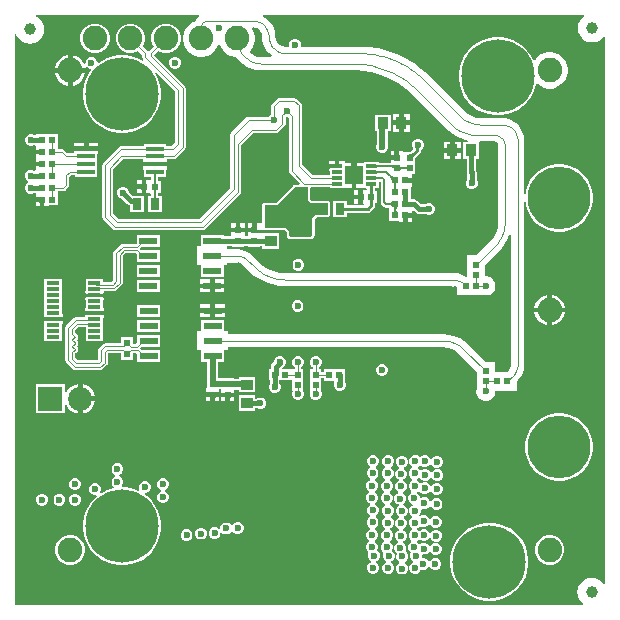
<source format=gbl>
G04*
G04 #@! TF.GenerationSoftware,Altium Limited,Altium Designer,21.6.4 (81)*
G04*
G04 Layer_Physical_Order=6*
G04 Layer_Color=16711680*
%FSAX25Y25*%
%MOIN*%
G70*
G04*
G04 #@! TF.SameCoordinates,A43D0BD7-71F7-406A-839A-B2BA5E4553EA*
G04*
G04*
G04 #@! TF.FilePolarity,Positive*
G04*
G01*
G75*
%ADD12C,0.01968*%
%ADD13C,0.00787*%
%ADD25R,0.02441X0.02244*%
%ADD31R,0.03740X0.03937*%
%ADD32R,0.03937X0.03740*%
%ADD33R,0.02441X0.02362*%
%ADD35R,0.02362X0.02441*%
%ADD68C,0.00402*%
%ADD69C,0.00400*%
%ADD70C,0.03937*%
%ADD71C,0.01500*%
%ADD72C,0.01575*%
%ADD74C,0.01000*%
%ADD76R,0.07953X0.07953*%
%ADD77C,0.07953*%
%ADD78C,0.08228*%
%ADD79C,0.20866*%
%ADD80C,0.02362*%
%ADD81C,0.00398*%
%ADD82R,0.05906X0.01772*%
%ADD83R,0.06102X0.02362*%
%ADD84R,0.03347X0.01181*%
%ADD85R,0.06299X0.06299*%
%ADD86R,0.04331X0.01181*%
%ADD87R,0.03150X0.03937*%
%ADD88R,0.02362X0.02165*%
%ADD89C,0.24410*%
%ADD90R,0.02165X0.02362*%
%ADD91C,0.00550*%
G36*
X0191403Y0197894D02*
X0190689Y0197346D01*
X0189932Y0196359D01*
X0189456Y0195210D01*
X0189293Y0193977D01*
X0189456Y0192743D01*
X0189932Y0191594D01*
X0190689Y0190607D01*
X0191676Y0189850D01*
X0192825Y0189374D01*
X0194059Y0189212D01*
X0195292Y0189374D01*
X0196441Y0189850D01*
X0197428Y0190607D01*
X0197894Y0191215D01*
X0198394Y0191045D01*
X0198394Y0008690D01*
X0197894Y0008520D01*
X0197258Y0009349D01*
X0196271Y0010106D01*
X0195122Y0010582D01*
X0193889Y0010745D01*
X0192656Y0010582D01*
X0191506Y0010106D01*
X0190519Y0009349D01*
X0189762Y0008362D01*
X0189286Y0007213D01*
X0189124Y0005979D01*
X0189286Y0004746D01*
X0189762Y0003597D01*
X0190519Y0002610D01*
X0191177Y0002106D01*
X0191007Y0001606D01*
X0001936Y0001606D01*
X0001606Y0001985D01*
X0001606Y0192035D01*
X0002106Y0192135D01*
X0002502Y0191178D01*
X0003259Y0190191D01*
X0004246Y0189434D01*
X0005395Y0188958D01*
X0006628Y0188796D01*
X0007862Y0188958D01*
X0009011Y0189434D01*
X0009998Y0190191D01*
X0010755Y0191178D01*
X0011231Y0192327D01*
X0011394Y0193561D01*
X0011231Y0194794D01*
X0010755Y0195943D01*
X0009998Y0196930D01*
X0009011Y0197688D01*
X0008512Y0197894D01*
X0008612Y0198394D01*
X0062895Y0198394D01*
X0063065Y0197894D01*
X0062656Y0197580D01*
X0062071Y0196819D01*
X0061876Y0196346D01*
X0060898Y0195942D01*
X0059902Y0195276D01*
X0059055Y0194429D01*
X0058389Y0193432D01*
X0057931Y0192325D01*
X0057697Y0191150D01*
Y0189952D01*
X0057931Y0188777D01*
X0058389Y0187670D01*
X0059055Y0186674D01*
X0059902Y0185827D01*
X0060898Y0185161D01*
X0062005Y0184702D01*
X0063180Y0184468D01*
X0064379D01*
X0065554Y0184702D01*
X0066661Y0185161D01*
X0067657Y0185827D01*
X0068504Y0186674D01*
X0069170Y0187670D01*
X0069414Y0188260D01*
X0069956D01*
X0070200Y0187670D01*
X0070866Y0186674D01*
X0071713Y0185827D01*
X0072709Y0185161D01*
X0073816Y0184702D01*
X0074992Y0184468D01*
X0075322D01*
X0075414Y0184318D01*
X0076494Y0183053D01*
X0077760Y0181972D01*
X0079178Y0181103D01*
X0080716Y0180466D01*
X0082334Y0180078D01*
X0083911Y0179954D01*
X0083992Y0179937D01*
X0114144D01*
X0114292Y0179967D01*
X0117376Y0179794D01*
X0120569Y0179251D01*
X0123680Y0178355D01*
X0126672Y0177116D01*
X0129506Y0175550D01*
X0132147Y0173676D01*
X0134191Y0171849D01*
X0134534Y0171491D01*
X0134534Y0171491D01*
X0146196Y0159829D01*
X0146230Y0159807D01*
X0147656Y0158589D01*
X0149289Y0157588D01*
X0151059Y0156855D01*
X0152787Y0156440D01*
X0152728Y0155940D01*
X0151083D01*
Y0150428D01*
X0152238D01*
Y0145970D01*
X0152238Y0145970D01*
X0152342Y0145448D01*
Y0143408D01*
X0152279Y0143345D01*
X0151979Y0142621D01*
Y0141838D01*
X0152279Y0141115D01*
X0152833Y0140561D01*
X0153556Y0140261D01*
X0154340D01*
X0155063Y0140561D01*
X0155617Y0141115D01*
X0155916Y0141838D01*
Y0142621D01*
X0155617Y0143345D01*
X0155553Y0143408D01*
Y0145866D01*
X0155450Y0146388D01*
Y0150428D01*
X0156398D01*
Y0155753D01*
X0156398Y0155940D01*
X0156768Y0156253D01*
X0161417D01*
X0161459Y0156261D01*
X0161896Y0156174D01*
X0162301Y0155903D01*
X0162572Y0155498D01*
X0162659Y0155061D01*
X0162650Y0155020D01*
Y0128748D01*
X0162671Y0128647D01*
X0162530Y0127223D01*
X0162085Y0125757D01*
X0161363Y0124405D01*
X0160455Y0123299D01*
X0160369Y0123241D01*
X0155435Y0118307D01*
X0152362D01*
Y0111298D01*
X0151882Y0111148D01*
X0150625Y0111820D01*
X0149261Y0112234D01*
X0147926Y0112365D01*
X0147849Y0112381D01*
X0147849Y0112381D01*
X0147847Y0112381D01*
X0147847Y0112381D01*
X0147843D01*
X0147843Y0112381D01*
X0147842Y0112381D01*
X0147840Y0112381D01*
X0091883D01*
X0091768Y0112358D01*
X0089887Y0112506D01*
X0087941Y0112973D01*
X0086093Y0113739D01*
X0084386Y0114785D01*
X0082952Y0116010D01*
X0082887Y0116107D01*
X0080698Y0118296D01*
X0080612Y0118354D01*
X0079675Y0119123D01*
X0078515Y0119742D01*
X0077258Y0120124D01*
X0076052Y0120243D01*
X0075950Y0120263D01*
X0072441D01*
Y0121201D01*
X0072840Y0121446D01*
X0074042D01*
Y0121083D01*
X0078058D01*
Y0121446D01*
X0079401D01*
Y0121083D01*
X0083417D01*
Y0121446D01*
X0084104D01*
Y0120394D01*
X0089616D01*
Y0125709D01*
X0084104D01*
Y0125709D01*
X0083629Y0125770D01*
Y0126631D01*
X0084104Y0126693D01*
X0084129Y0126693D01*
X0084715D01*
X0084892Y0126658D01*
X0091039D01*
X0091516Y0126651D01*
X0092258Y0125908D01*
Y0124958D01*
X0092319Y0124651D01*
X0092493Y0124391D01*
X0093042Y0123842D01*
X0093303Y0123668D01*
X0093610Y0123607D01*
X0100246D01*
X0100246Y0123607D01*
X0100553Y0123668D01*
X0100814Y0123842D01*
X0100814Y0123842D01*
X0101306Y0124334D01*
X0101480Y0124594D01*
X0101541Y0124902D01*
Y0130238D01*
X0102193Y0130890D01*
X0105856D01*
X0105934Y0130905D01*
X0106496D01*
Y0131233D01*
X0106598Y0131386D01*
X0106659Y0131693D01*
Y0135689D01*
X0106598Y0135996D01*
X0106496Y0136149D01*
Y0136417D01*
X0106184D01*
X0106164Y0136431D01*
X0105856Y0136492D01*
X0100743D01*
X0100163Y0136996D01*
Y0140806D01*
X0100163Y0140806D01*
X0100345Y0141028D01*
X0106561D01*
Y0140660D01*
X0111482D01*
Y0140841D01*
X0113943D01*
Y0144990D01*
Y0148116D01*
X0113513D01*
X0113577Y0148127D01*
X0113634Y0148160D01*
X0113684Y0148215D01*
X0113727Y0148291D01*
X0113764Y0148390D01*
X0113794Y0148511D01*
X0113818Y0148653D01*
X0113834Y0148818D01*
X0113845Y0149140D01*
X0111694D01*
Y0149534D01*
X0109809D01*
Y0147943D01*
X0109021D01*
Y0147353D01*
X0106560D01*
Y0147156D01*
X0106348D01*
Y0146353D01*
X0106561D01*
Y0145014D01*
X0100900D01*
X0097366Y0148547D01*
Y0168209D01*
X0097289Y0168594D01*
X0097071Y0168921D01*
X0095496Y0170496D01*
X0095169Y0170714D01*
X0094784Y0170791D01*
X0089764D01*
X0089378Y0170714D01*
X0089051Y0170496D01*
X0087230Y0168674D01*
X0087011Y0168347D01*
X0086934Y0167962D01*
Y0165213D01*
X0086827Y0165168D01*
X0086273Y0164614D01*
X0086229Y0164507D01*
X0079542D01*
X0079157Y0164430D01*
X0078830Y0164212D01*
X0073806Y0159188D01*
X0073588Y0158861D01*
X0073511Y0158475D01*
Y0140623D01*
X0063333Y0130444D01*
X0036169D01*
X0034374Y0132240D01*
Y0147090D01*
X0037532Y0150248D01*
X0044322D01*
Y0149484D01*
X0052228D01*
Y0150355D01*
X0054527D01*
X0054913Y0150431D01*
X0055240Y0150650D01*
X0058291Y0153701D01*
X0058510Y0154028D01*
X0058586Y0154413D01*
Y0174016D01*
X0058510Y0174401D01*
X0058291Y0174728D01*
X0047979Y0185040D01*
Y0185137D01*
X0049284Y0186441D01*
X0050077Y0185984D01*
X0051323Y0185650D01*
X0052614D01*
X0053860Y0185984D01*
X0054978Y0186629D01*
X0055891Y0187541D01*
X0056536Y0188659D01*
X0056870Y0189906D01*
Y0191197D01*
X0056536Y0192443D01*
X0055891Y0193561D01*
X0054978Y0194473D01*
X0053860Y0195119D01*
X0052614Y0195453D01*
X0051323D01*
X0050077Y0195119D01*
X0048959Y0194473D01*
X0048046Y0193561D01*
X0047401Y0192443D01*
X0047067Y0191197D01*
Y0189906D01*
X0047401Y0188659D01*
X0047859Y0187866D01*
X0046389Y0186397D01*
X0046095Y0186307D01*
X0045742Y0186392D01*
X0044267Y0187866D01*
X0044725Y0188659D01*
X0045059Y0189906D01*
Y0191197D01*
X0044725Y0192443D01*
X0044080Y0193561D01*
X0043167Y0194473D01*
X0042049Y0195119D01*
X0040803Y0195453D01*
X0039512D01*
X0038265Y0195119D01*
X0037148Y0194473D01*
X0036235Y0193561D01*
X0035590Y0192443D01*
X0035256Y0191197D01*
Y0189906D01*
X0035590Y0188659D01*
X0036235Y0187541D01*
X0037148Y0186629D01*
X0038265Y0185984D01*
X0039512Y0185650D01*
X0040803D01*
X0042049Y0185984D01*
X0042842Y0186441D01*
X0044170Y0185114D01*
Y0184308D01*
X0044246Y0183922D01*
X0044465Y0183596D01*
X0044494Y0183566D01*
X0044211Y0183159D01*
X0042389Y0184088D01*
X0040444Y0184720D01*
X0038424Y0185039D01*
X0036379D01*
X0034359Y0184720D01*
X0032414Y0184088D01*
X0030592Y0183159D01*
X0029579Y0182423D01*
X0029134Y0182650D01*
Y0182773D01*
X0028834Y0183497D01*
X0028280Y0184051D01*
X0027557Y0184350D01*
X0026774D01*
X0026050Y0184051D01*
X0025497Y0183497D01*
X0025197Y0182773D01*
Y0182285D01*
X0024697Y0182151D01*
X0024171Y0183061D01*
X0023219Y0184014D01*
X0022053Y0184687D01*
X0020866Y0185005D01*
Y0180709D01*
X0025162D01*
X0025143Y0180782D01*
X0025204Y0180853D01*
X0025885Y0180878D01*
X0026050Y0180713D01*
X0026774Y0180413D01*
X0026870D01*
X0027097Y0179968D01*
X0026290Y0178857D01*
X0025361Y0177034D01*
X0024729Y0175090D01*
X0024409Y0173070D01*
Y0171025D01*
X0024729Y0169005D01*
X0025361Y0167060D01*
X0026290Y0165238D01*
X0027492Y0163583D01*
X0028938Y0162137D01*
X0030592Y0160935D01*
X0032414Y0160007D01*
X0034359Y0159375D01*
X0036379Y0159055D01*
X0038424D01*
X0040444Y0159375D01*
X0042389Y0160007D01*
X0044211Y0160935D01*
X0045865Y0162137D01*
X0047311Y0163583D01*
X0048513Y0165238D01*
X0049442Y0167060D01*
X0050074Y0169005D01*
X0050394Y0171025D01*
Y0173070D01*
X0050074Y0175090D01*
X0049442Y0177034D01*
X0048513Y0178857D01*
X0048921Y0179140D01*
X0055095Y0172966D01*
Y0155913D01*
X0054004Y0154822D01*
X0052015D01*
Y0155488D01*
X0044535D01*
Y0154683D01*
X0037042D01*
X0036656Y0154606D01*
X0036329Y0154388D01*
X0031079Y0149138D01*
X0030860Y0148811D01*
X0030784Y0148425D01*
Y0130852D01*
X0030860Y0130467D01*
X0031079Y0130140D01*
X0034191Y0127028D01*
X0034518Y0126809D01*
X0034903Y0126733D01*
X0064453D01*
X0064838Y0126809D01*
X0065165Y0127028D01*
X0076662Y0138525D01*
X0076881Y0138852D01*
X0076957Y0139237D01*
X0076957Y0139237D01*
Y0154863D01*
X0081115Y0159020D01*
X0088696D01*
X0089082Y0159097D01*
X0089408Y0159316D01*
X0091559Y0161466D01*
X0091777Y0161793D01*
X0091854Y0162178D01*
Y0164420D01*
X0091891Y0164445D01*
X0092674D01*
X0092890Y0163993D01*
Y0146298D01*
X0092967Y0145912D01*
X0093185Y0145586D01*
X0096548Y0142222D01*
X0096357Y0141760D01*
X0095082D01*
X0094775Y0141699D01*
X0094515Y0141525D01*
X0094515Y0141525D01*
X0094460Y0141470D01*
X0094460Y0141470D01*
X0088766Y0135777D01*
X0084892D01*
X0084584Y0135716D01*
X0084324Y0135542D01*
X0084150Y0135281D01*
X0084089Y0134974D01*
Y0128952D01*
X0083629Y0128854D01*
X0083589Y0128854D01*
X0082196D01*
Y0126673D01*
X0081409D01*
Y0125886D01*
X0079188D01*
Y0124657D01*
X0078271D01*
Y0125886D01*
X0076050D01*
Y0126673D01*
D01*
Y0125886D01*
X0073830D01*
Y0124657D01*
X0071260D01*
Y0125020D01*
X0063583D01*
Y0121201D01*
X0062402D01*
Y0114902D01*
X0063583D01*
Y0111083D01*
X0071260D01*
Y0114902D01*
X0072441D01*
Y0115839D01*
X0075950D01*
X0076043Y0115858D01*
X0076841Y0115699D01*
X0077517Y0115248D01*
X0077570Y0115168D01*
X0079405Y0113333D01*
X0079759Y0112979D01*
X0079759Y0112979D01*
X0079759Y0112979D01*
X0079796Y0112955D01*
X0081449Y0111505D01*
X0083313Y0110259D01*
X0085324Y0109268D01*
X0087446Y0108547D01*
X0089645Y0108110D01*
X0091839Y0107966D01*
X0091883Y0107957D01*
Y0107957D01*
X0091883Y0107957D01*
X0147389D01*
X0147826Y0107806D01*
X0147840Y0107800D01*
X0148340Y0107909D01*
X0148586Y0107877D01*
X0148917Y0107739D01*
Y0104992D01*
X0157879D01*
X0158247Y0104894D01*
X0159076D01*
X0159877Y0105108D01*
X0160595Y0105523D01*
X0161182Y0106110D01*
X0161596Y0106828D01*
X0161811Y0107629D01*
Y0108458D01*
X0161596Y0109259D01*
X0161182Y0109977D01*
X0160595Y0110564D01*
X0159877Y0110978D01*
X0159076Y0111193D01*
X0158465D01*
Y0115081D01*
X0163497Y0120113D01*
X0163520Y0120148D01*
X0164738Y0121573D01*
X0165739Y0123207D01*
X0166472Y0124976D01*
X0166481Y0125016D01*
X0166981Y0124957D01*
X0166981Y0081550D01*
X0166982Y0081545D01*
X0166981Y0081541D01*
X0167000Y0081447D01*
X0166839Y0080638D01*
X0166379Y0079950D01*
X0166298Y0079896D01*
X0165671Y0079269D01*
X0161713D01*
Y0082714D01*
X0158640D01*
X0152975Y0088379D01*
X0152940Y0088402D01*
X0151515Y0089620D01*
X0149882Y0090620D01*
X0148112Y0091353D01*
X0146249Y0091801D01*
X0144380Y0091948D01*
X0144340Y0091956D01*
X0072539D01*
Y0092894D01*
X0071358D01*
Y0096713D01*
X0063681D01*
Y0092894D01*
X0062500D01*
Y0086594D01*
X0063681D01*
Y0082776D01*
X0065720D01*
Y0077441D01*
X0065519D01*
Y0074032D01*
X0065306D01*
Y0072638D01*
X0067527D01*
X0069747D01*
Y0073597D01*
X0070381D01*
Y0072500D01*
X0072601D01*
X0074822D01*
Y0073450D01*
X0076240D01*
Y0072522D01*
X0081752D01*
Y0077837D01*
X0076240D01*
Y0077063D01*
X0074609D01*
Y0077303D01*
X0070593D01*
Y0077210D01*
X0069534D01*
Y0077441D01*
X0069333D01*
Y0082776D01*
X0071358D01*
Y0086594D01*
X0072539D01*
Y0087532D01*
X0144340D01*
X0144441Y0087552D01*
X0145865Y0087412D01*
X0147332Y0086967D01*
X0148683Y0086245D01*
X0149790Y0085337D01*
X0149847Y0085251D01*
X0155610Y0079488D01*
Y0076415D01*
Y0073652D01*
X0155512Y0073285D01*
Y0072456D01*
X0155727Y0071655D01*
X0156141Y0070936D01*
X0156728Y0070350D01*
X0157446Y0069935D01*
X0158247Y0069721D01*
X0159076D01*
X0159877Y0069935D01*
X0160595Y0070350D01*
X0161182Y0070936D01*
X0161596Y0071655D01*
X0161811Y0072456D01*
Y0073167D01*
X0168898D01*
Y0076240D01*
X0169426Y0076768D01*
X0169482Y0076851D01*
X0170258Y0077798D01*
X0170881Y0078964D01*
X0171265Y0080229D01*
X0171384Y0081438D01*
X0171404Y0081540D01*
X0171405Y0081541D01*
X0171404Y0081546D01*
X0171405Y0081550D01*
X0171405Y0136136D01*
X0171905Y0136176D01*
X0172127Y0134774D01*
X0172672Y0133094D01*
X0173474Y0131521D01*
X0174512Y0130092D01*
X0175761Y0128843D01*
X0177190Y0127805D01*
X0178764Y0127003D01*
X0180443Y0126457D01*
X0182188Y0126181D01*
X0183954D01*
X0185698Y0126457D01*
X0187378Y0127003D01*
X0188952Y0127805D01*
X0190381Y0128843D01*
X0191629Y0130092D01*
X0192667Y0131521D01*
X0193469Y0133094D01*
X0194015Y0134774D01*
X0194291Y0136519D01*
Y0138285D01*
X0194015Y0140029D01*
X0193469Y0141709D01*
X0192667Y0143282D01*
X0191629Y0144711D01*
X0190381Y0145960D01*
X0188952Y0146998D01*
X0187378Y0147800D01*
X0185698Y0148346D01*
X0183954Y0148622D01*
X0182188D01*
X0180443Y0148346D01*
X0178764Y0147800D01*
X0177190Y0146998D01*
X0175761Y0145960D01*
X0174512Y0144711D01*
X0173474Y0143282D01*
X0172672Y0141709D01*
X0172127Y0140029D01*
X0171905Y0138627D01*
X0171405Y0138667D01*
X0171405Y0156669D01*
X0171391Y0156740D01*
X0171256Y0158102D01*
X0170838Y0159480D01*
X0170159Y0160751D01*
X0169246Y0161864D01*
X0168132Y0162777D01*
X0166862Y0163456D01*
X0165484Y0163874D01*
X0164122Y0164009D01*
X0164051Y0164023D01*
X0157007D01*
X0156905Y0164003D01*
X0155481Y0164143D01*
X0154015Y0164588D01*
X0152663Y0165310D01*
X0151557Y0166218D01*
X0151500Y0166304D01*
X0139542Y0178261D01*
X0139525Y0178273D01*
X0137162Y0180414D01*
X0134584Y0182326D01*
X0131831Y0183977D01*
X0128929Y0185349D01*
X0125907Y0186430D01*
X0122793Y0187210D01*
X0119618Y0187681D01*
X0116433Y0187838D01*
X0116413Y0187842D01*
X0097215D01*
X0097047Y0188093D01*
Y0188876D01*
X0096748Y0189599D01*
X0096194Y0190153D01*
X0095470Y0190453D01*
X0094687D01*
X0093964Y0190153D01*
X0093410Y0189599D01*
X0093110Y0188876D01*
Y0188093D01*
X0092943Y0187842D01*
X0091718D01*
X0091655Y0187829D01*
X0090862Y0187934D01*
X0090065Y0188264D01*
X0089380Y0188789D01*
X0088854Y0189474D01*
X0088524Y0190271D01*
X0088420Y0191064D01*
X0088432Y0191127D01*
Y0191339D01*
X0088418Y0191411D01*
X0088284Y0192767D01*
X0087868Y0194141D01*
X0087191Y0195407D01*
X0086280Y0196517D01*
X0085171Y0197427D01*
X0084297Y0197894D01*
X0084422Y0198394D01*
X0191234Y0198394D01*
X0191403Y0197894D01*
D02*
G37*
G36*
X0081859Y0194163D02*
X0082564Y0193871D01*
X0083170Y0193406D01*
X0083635Y0192800D01*
X0083927Y0192095D01*
X0084019Y0191392D01*
X0084009Y0191339D01*
Y0191127D01*
X0084019Y0191073D01*
X0084162Y0189624D01*
X0084601Y0188179D01*
X0085312Y0186847D01*
X0086270Y0185680D01*
X0087268Y0184861D01*
X0087089Y0184361D01*
X0083992D01*
X0083917Y0184346D01*
X0082780Y0184458D01*
X0081615Y0184811D01*
X0080541Y0185386D01*
X0079997Y0185832D01*
X0079973Y0186331D01*
X0080315Y0186674D01*
X0080981Y0187670D01*
X0081440Y0188777D01*
X0081673Y0189952D01*
Y0191150D01*
X0081440Y0192325D01*
X0080981Y0193432D01*
X0080733Y0193804D01*
X0080968Y0194245D01*
X0081102D01*
X0081155Y0194255D01*
X0081859Y0194163D01*
D02*
G37*
G36*
X0099360Y0140806D02*
Y0136630D01*
X0100443Y0135689D01*
X0105856D01*
Y0131693D01*
X0101860D01*
X0100738Y0130571D01*
Y0124902D01*
X0100246Y0124409D01*
X0093610D01*
X0093061Y0124958D01*
Y0126241D01*
X0091853Y0127449D01*
X0091829D01*
X0091045Y0127461D01*
X0084892D01*
Y0134974D01*
X0089099D01*
X0095027Y0140902D01*
X0095082Y0140957D01*
X0099209D01*
X0099360Y0140806D01*
D02*
G37*
%LPC*%
G36*
X0028992Y0195453D02*
X0027701D01*
X0026454Y0195119D01*
X0025337Y0194473D01*
X0024424Y0193561D01*
X0023779Y0192443D01*
X0023445Y0191197D01*
Y0189906D01*
X0023779Y0188659D01*
X0024424Y0187541D01*
X0025337Y0186629D01*
X0026454Y0185984D01*
X0027701Y0185650D01*
X0028992D01*
X0030238Y0185984D01*
X0031356Y0186629D01*
X0032269Y0187541D01*
X0032914Y0188659D01*
X0033248Y0189906D01*
Y0191197D01*
X0032914Y0192443D01*
X0032269Y0193561D01*
X0031356Y0194473D01*
X0030238Y0195119D01*
X0028992Y0195453D01*
D02*
G37*
G36*
X0019291Y0185005D02*
X0018105Y0184687D01*
X0016939Y0184014D01*
X0015986Y0183061D01*
X0015313Y0181895D01*
X0014995Y0180709D01*
X0019291D01*
Y0185005D01*
D02*
G37*
G36*
X0055411Y0184452D02*
X0054628D01*
X0053905Y0184152D01*
X0053351Y0183599D01*
X0053051Y0182875D01*
Y0182092D01*
X0053351Y0181368D01*
X0053905Y0180815D01*
X0054628Y0180515D01*
X0055411D01*
X0056135Y0180815D01*
X0056688Y0181368D01*
X0056988Y0182092D01*
Y0182875D01*
X0056688Y0183599D01*
X0056135Y0184152D01*
X0055411Y0184452D01*
D02*
G37*
G36*
X0019291Y0179134D02*
X0014995D01*
X0015313Y0177947D01*
X0015986Y0176781D01*
X0016939Y0175829D01*
X0018105Y0175156D01*
X0019291Y0174838D01*
Y0179134D01*
D02*
G37*
G36*
X0025162D02*
X0020866D01*
Y0174838D01*
X0022053Y0175156D01*
X0023219Y0175829D01*
X0024171Y0176781D01*
X0024844Y0177947D01*
X0025162Y0179134D01*
D02*
G37*
G36*
X0163621Y0190945D02*
X0161576D01*
X0159556Y0190625D01*
X0157611Y0189993D01*
X0155789Y0189065D01*
X0154135Y0187863D01*
X0152689Y0186417D01*
X0151487Y0184762D01*
X0150558Y0182940D01*
X0149926Y0180995D01*
X0149606Y0178975D01*
Y0176930D01*
X0149926Y0174910D01*
X0150558Y0172966D01*
X0151487Y0171143D01*
X0152689Y0169489D01*
X0154135Y0168043D01*
X0155789Y0166841D01*
X0157611Y0165912D01*
X0159556Y0165280D01*
X0161576Y0164961D01*
X0163621D01*
X0165641Y0165280D01*
X0167586Y0165912D01*
X0169408Y0166841D01*
X0171062Y0168043D01*
X0172508Y0169489D01*
X0173710Y0171143D01*
X0174639Y0172966D01*
X0175271Y0174910D01*
X0175329Y0175281D01*
X0175805Y0175435D01*
X0176044Y0175197D01*
X0177040Y0174531D01*
X0178147Y0174072D01*
X0179322Y0173839D01*
X0180520D01*
X0181695Y0174072D01*
X0182802Y0174531D01*
X0183799Y0175197D01*
X0184646Y0176044D01*
X0185312Y0177040D01*
X0185770Y0178147D01*
X0186004Y0179322D01*
Y0180520D01*
X0185770Y0181695D01*
X0185312Y0182802D01*
X0184646Y0183799D01*
X0183799Y0184646D01*
X0182802Y0185312D01*
X0181695Y0185770D01*
X0180520Y0186004D01*
X0179322D01*
X0178147Y0185770D01*
X0177040Y0185312D01*
X0176044Y0184646D01*
X0175197Y0183799D01*
X0174907Y0183365D01*
X0174407Y0183394D01*
X0173710Y0184762D01*
X0172508Y0186417D01*
X0171062Y0187863D01*
X0169408Y0189065D01*
X0167586Y0189993D01*
X0165641Y0190625D01*
X0163621Y0190945D01*
D02*
G37*
G36*
X0133382Y0165370D02*
X0131299D01*
Y0163189D01*
X0133382D01*
Y0165370D01*
D02*
G37*
G36*
X0129724D02*
X0127642D01*
Y0163189D01*
X0129724D01*
Y0165370D01*
D02*
G37*
G36*
X0133382Y0161614D02*
X0131299D01*
Y0159433D01*
X0133382D01*
Y0161614D01*
D02*
G37*
G36*
X0129724D02*
X0127642D01*
Y0159433D01*
X0129724D01*
Y0161614D01*
D02*
G37*
G36*
X0029393Y0155701D02*
X0026228D01*
Y0154602D01*
X0029393D01*
Y0155701D01*
D02*
G37*
G36*
X0024653D02*
X0021488D01*
Y0154602D01*
X0024653D01*
Y0155701D01*
D02*
G37*
G36*
X0150311Y0156153D02*
X0148228D01*
Y0153972D01*
X0150311D01*
Y0156153D01*
D02*
G37*
G36*
X0146654D02*
X0144571D01*
Y0153972D01*
X0146654D01*
Y0156153D01*
D02*
G37*
G36*
X0136324Y0157055D02*
X0135541D01*
X0134818Y0156755D01*
X0134264Y0156201D01*
X0133964Y0155478D01*
Y0154695D01*
X0134264Y0153971D01*
X0134352Y0153883D01*
Y0153728D01*
X0133588Y0152963D01*
X0133418Y0152806D01*
X0133285Y0152700D01*
X0133224Y0152657D01*
X0132941D01*
X0132924Y0152661D01*
X0132907Y0152657D01*
X0131398D01*
X0131020Y0152952D01*
Y0152969D01*
X0129724D01*
Y0150787D01*
X0128937D01*
Y0150000D01*
X0126854D01*
Y0149147D01*
X0122899D01*
Y0149321D01*
X0122117D01*
X0122100Y0149324D01*
X0122082Y0149321D01*
X0117978D01*
Y0149140D01*
X0115517D01*
Y0148208D01*
X0115562Y0148160D01*
X0115618Y0148127D01*
X0115682Y0148116D01*
X0115517D01*
Y0144990D01*
Y0140841D01*
X0117978D01*
Y0140660D01*
X0118745D01*
X0118916Y0140417D01*
X0118658Y0139917D01*
X0117677D01*
Y0137697D01*
Y0135476D01*
X0117944D01*
X0118211Y0134976D01*
X0118210Y0134974D01*
X0112402D01*
Y0136417D01*
X0107677D01*
Y0130905D01*
X0112402D01*
Y0132349D01*
X0119291D01*
X0119794Y0132449D01*
X0120220Y0132733D01*
X0121440Y0133954D01*
X0121724Y0134380D01*
X0121824Y0134882D01*
Y0135689D01*
X0122480D01*
Y0139705D01*
X0121751D01*
Y0140660D01*
X0122899D01*
Y0142802D01*
X0123599D01*
Y0135925D01*
X0123599Y0135925D01*
X0123691Y0135464D01*
X0123952Y0135074D01*
X0124542Y0134483D01*
X0124542Y0134483D01*
X0124933Y0134222D01*
X0125394Y0134130D01*
X0126476D01*
Y0129725D01*
X0129610D01*
Y0129512D01*
X0131004D01*
Y0131595D01*
X0131791D01*
Y0132382D01*
X0133972D01*
Y0133076D01*
X0134472Y0133283D01*
X0135229Y0132526D01*
X0135229Y0132526D01*
X0135750Y0132178D01*
X0136364Y0132056D01*
X0138487D01*
X0138550Y0131993D01*
X0139274Y0131693D01*
X0140057D01*
X0140780Y0131993D01*
X0141334Y0132546D01*
X0141634Y0133270D01*
Y0134053D01*
X0141334Y0134776D01*
X0140780Y0135330D01*
X0140057Y0135630D01*
X0139274D01*
X0138550Y0135330D01*
X0138487Y0135267D01*
X0137030D01*
X0135827Y0136470D01*
X0135306Y0136818D01*
X0134691Y0136940D01*
X0134691Y0136940D01*
X0134150D01*
X0133760Y0137205D01*
Y0137593D01*
X0133760D01*
Y0141126D01*
X0133874D01*
Y0142421D01*
X0131693D01*
Y0143996D01*
X0133874D01*
Y0145291D01*
X0134340Y0145374D01*
X0135138D01*
Y0150427D01*
X0135141Y0150444D01*
X0135138Y0150461D01*
Y0150744D01*
X0135174Y0150796D01*
X0135401Y0151065D01*
X0136593Y0152256D01*
X0136877Y0152682D01*
X0136977Y0153184D01*
Y0153388D01*
X0137048Y0153417D01*
X0137602Y0153971D01*
X0137901Y0154695D01*
Y0155478D01*
X0137602Y0156201D01*
X0137048Y0156755D01*
X0136324Y0157055D01*
D02*
G37*
G36*
X0126870Y0165157D02*
X0121555D01*
Y0159646D01*
X0122357D01*
Y0155376D01*
X0122146Y0154865D01*
Y0154082D01*
X0122445Y0153359D01*
X0122999Y0152805D01*
X0123723Y0152505D01*
X0124506D01*
X0125229Y0152805D01*
X0125783Y0153359D01*
X0126083Y0154082D01*
Y0154865D01*
X0125970Y0155138D01*
Y0159646D01*
X0126870D01*
Y0165157D01*
D02*
G37*
G36*
X0128150Y0152969D02*
X0126854D01*
Y0151575D01*
X0128150D01*
Y0152969D01*
D02*
G37*
G36*
X0150311Y0152397D02*
X0148228D01*
Y0150216D01*
X0150311D01*
Y0152397D01*
D02*
G37*
G36*
X0146654D02*
X0144571D01*
Y0150216D01*
X0146654D01*
Y0152397D01*
D02*
G37*
G36*
X0108234Y0149534D02*
X0106348D01*
Y0148730D01*
X0108234D01*
Y0149534D01*
D02*
G37*
G36*
X0007394Y0158646D02*
X0006611D01*
X0005887Y0158346D01*
X0005333Y0157792D01*
X0005034Y0157069D01*
Y0156286D01*
X0005333Y0155562D01*
X0005887Y0155008D01*
X0006611Y0154709D01*
X0007394D01*
X0008117Y0155008D01*
X0008180Y0155071D01*
X0008191D01*
X0008547Y0154724D01*
Y0153429D01*
X0010728D01*
Y0151854D01*
X0008547D01*
Y0150559D01*
Y0149492D01*
X0010728D01*
Y0147917D01*
X0008547D01*
Y0146622D01*
X0008150Y0146373D01*
X0008068D01*
X0008005Y0146437D01*
X0007281Y0146736D01*
X0006498D01*
X0005775Y0146437D01*
X0005221Y0145883D01*
X0004921Y0145159D01*
Y0144376D01*
X0005221Y0143653D01*
X0005775Y0143099D01*
X0005964Y0143021D01*
Y0142479D01*
X0005775Y0142401D01*
X0005221Y0141847D01*
X0004921Y0141124D01*
Y0140341D01*
X0005221Y0139617D01*
X0005775Y0139064D01*
X0006498Y0138764D01*
X0007281D01*
X0008005Y0139064D01*
X0008068Y0139127D01*
X0008150D01*
X0008547Y0138878D01*
Y0137583D01*
X0010728D01*
Y0136795D01*
X0011516D01*
Y0134713D01*
X0012909D01*
Y0134925D01*
X0016043D01*
Y0138665D01*
X0016043D01*
Y0138862D01*
X0016043D01*
Y0139725D01*
X0017815D01*
X0018201Y0139801D01*
X0018527Y0140020D01*
X0019413Y0140906D01*
X0019632Y0141233D01*
X0019708Y0141618D01*
Y0144473D01*
X0020365Y0145130D01*
X0021700D01*
Y0144464D01*
X0029180D01*
Y0147023D01*
Y0151929D01*
X0029393D01*
Y0153027D01*
X0021488D01*
Y0152263D01*
X0019028D01*
X0017937Y0153354D01*
X0017610Y0153573D01*
X0017224Y0153649D01*
X0016043D01*
Y0154512D01*
X0016043D01*
X0016057Y0154807D01*
X0016057D01*
X0016057Y0155006D01*
Y0158547D01*
X0008774D01*
Y0158283D01*
X0008180D01*
X0008117Y0158346D01*
X0007394Y0158646D01*
D02*
G37*
G36*
X0043868Y0143314D02*
X0042474D01*
Y0141881D01*
X0043868D01*
Y0143314D01*
D02*
G37*
G36*
Y0140306D02*
X0042474D01*
Y0138873D01*
X0043868D01*
Y0140306D01*
D02*
G37*
G36*
X0116102Y0139917D02*
X0114709D01*
Y0138484D01*
X0116102D01*
Y0139917D01*
D02*
G37*
G36*
Y0136909D02*
X0114709D01*
Y0135476D01*
X0116102D01*
Y0136909D01*
D02*
G37*
G36*
X0009941Y0136008D02*
X0008547D01*
Y0134713D01*
X0009941D01*
Y0136008D01*
D02*
G37*
G36*
X0052228Y0147909D02*
X0044322D01*
Y0146811D01*
X0044535D01*
Y0144464D01*
X0047073D01*
Y0143716D01*
X0046836Y0143314D01*
X0045443D01*
Y0141094D01*
Y0138873D01*
X0046613D01*
X0046890Y0138395D01*
X0046749Y0138075D01*
X0045866D01*
Y0132563D01*
X0050590D01*
Y0138075D01*
X0049433D01*
Y0139086D01*
X0050246D01*
Y0143102D01*
X0049482D01*
Y0144464D01*
X0052015D01*
Y0146811D01*
X0052228D01*
Y0147909D01*
D02*
G37*
G36*
X0038033Y0141094D02*
X0037250D01*
X0036527Y0140794D01*
X0035973Y0140240D01*
X0035673Y0139517D01*
Y0138733D01*
X0035973Y0138010D01*
X0036527Y0137456D01*
X0037250Y0137157D01*
X0037339D01*
X0039131Y0135365D01*
X0039131Y0135365D01*
X0039652Y0135017D01*
X0039961Y0134955D01*
Y0132563D01*
X0044685D01*
Y0138075D01*
X0041691D01*
X0041535Y0138106D01*
X0041535Y0138106D01*
X0040932D01*
X0039610Y0139427D01*
Y0139517D01*
X0039310Y0140240D01*
X0038757Y0140794D01*
X0038033Y0141094D01*
D02*
G37*
G36*
X0133972Y0130807D02*
X0132579D01*
Y0129512D01*
X0133972D01*
Y0130807D01*
D02*
G37*
G36*
X0078271Y0128854D02*
X0076837D01*
Y0127461D01*
X0078271D01*
Y0128854D01*
D02*
G37*
G36*
X0080621D02*
X0079188D01*
Y0127461D01*
X0080621D01*
Y0128854D01*
D02*
G37*
G36*
X0075263D02*
X0073830D01*
Y0127461D01*
X0075263D01*
Y0128854D01*
D02*
G37*
G36*
X0050000Y0125020D02*
X0042323D01*
Y0122476D01*
X0041926Y0122079D01*
X0037556D01*
X0037556Y0122079D01*
X0037549D01*
X0037165Y0122003D01*
X0036838Y0121785D01*
X0034619Y0119565D01*
X0034401Y0119239D01*
X0034324Y0118854D01*
Y0109955D01*
X0033848Y0109479D01*
X0031102D01*
Y0110236D01*
X0025197D01*
Y0106512D01*
X0024984D01*
Y0105709D01*
X0025197D01*
Y0105512D01*
X0028150D01*
X0031103D01*
Y0105709D01*
X0031315D01*
Y0106269D01*
X0034265D01*
X0034275Y0106271D01*
X0034760D01*
X0035145Y0106348D01*
X0035472Y0106566D01*
X0037238Y0108332D01*
X0037455Y0108658D01*
X0037532Y0109043D01*
Y0117956D01*
X0038458Y0118881D01*
X0042000D01*
X0042323Y0118558D01*
Y0116083D01*
X0050000D01*
Y0120020D01*
X0043705D01*
X0043496Y0120229D01*
Y0120751D01*
X0043827Y0121083D01*
X0050000D01*
Y0125020D01*
D02*
G37*
G36*
X0096551Y0117052D02*
X0095768D01*
X0095044Y0116752D01*
X0094490Y0116198D01*
X0094191Y0115475D01*
Y0114691D01*
X0094490Y0113968D01*
X0095044Y0113414D01*
X0095768Y0113115D01*
X0096551D01*
X0097274Y0113414D01*
X0097828Y0113968D01*
X0098128Y0114691D01*
Y0115475D01*
X0097828Y0116198D01*
X0097274Y0116752D01*
X0096551Y0117052D01*
D02*
G37*
G36*
X0050000Y0115020D02*
X0042323D01*
Y0111083D01*
X0050000D01*
Y0115020D01*
D02*
G37*
G36*
X0071472Y0110232D02*
X0068209D01*
Y0108839D01*
X0071472D01*
Y0110232D01*
D02*
G37*
G36*
X0066634D02*
X0063370D01*
Y0108839D01*
X0066634D01*
Y0110232D01*
D02*
G37*
G36*
X0050000Y0110020D02*
X0042323D01*
Y0106083D01*
X0050000D01*
Y0110020D01*
D02*
G37*
G36*
X0071472Y0107264D02*
X0068209D01*
Y0105870D01*
X0071472D01*
Y0107264D01*
D02*
G37*
G36*
X0066634D02*
X0063370D01*
Y0105870D01*
X0066634D01*
Y0107264D01*
D02*
G37*
G36*
X0180709Y0105084D02*
Y0100787D01*
X0185005D01*
X0184687Y0101974D01*
X0184014Y0103140D01*
X0183061Y0104092D01*
X0181895Y0104766D01*
X0180709Y0105084D01*
D02*
G37*
G36*
X0179134Y0105084D02*
X0177947Y0104766D01*
X0176781Y0104092D01*
X0175829Y0103140D01*
X0175156Y0101974D01*
X0174838Y0100787D01*
X0179134D01*
Y0105084D01*
D02*
G37*
G36*
X0071571Y0101925D02*
X0068307D01*
Y0100531D01*
X0071571D01*
Y0101925D01*
D02*
G37*
G36*
X0066732D02*
X0063468D01*
Y0100531D01*
X0066732D01*
Y0101925D01*
D02*
G37*
G36*
X0031103Y0104331D02*
X0028150D01*
X0025197D01*
Y0104134D01*
X0024984D01*
Y0103331D01*
X0025197D01*
Y0100606D01*
X0024984D01*
Y0099803D01*
X0025197D01*
Y0099606D01*
X0028150D01*
X0031103D01*
Y0099803D01*
X0031315D01*
Y0100606D01*
X0031102D01*
Y0103331D01*
X0031315D01*
Y0104134D01*
X0031103D01*
Y0104331D01*
D02*
G37*
G36*
X0096258Y0103370D02*
X0095475D01*
X0094751Y0103071D01*
X0094197Y0102517D01*
X0093898Y0101794D01*
Y0101010D01*
X0094197Y0100287D01*
X0094751Y0099733D01*
X0095475Y0099433D01*
X0096258D01*
X0096981Y0099733D01*
X0097535Y0100287D01*
X0097835Y0101010D01*
Y0101794D01*
X0097535Y0102517D01*
X0096981Y0103071D01*
X0096258Y0103370D01*
D02*
G37*
G36*
X0050098Y0101713D02*
X0042421D01*
Y0097776D01*
X0050098D01*
Y0101713D01*
D02*
G37*
G36*
X0017323Y0110236D02*
X0011417D01*
Y0107480D01*
Y0103543D01*
Y0098638D01*
X0011205D01*
Y0097835D01*
X0011417D01*
Y0097638D01*
X0014370D01*
X0017323D01*
Y0097835D01*
X0017535D01*
Y0098638D01*
X0017323D01*
Y0103543D01*
Y0107480D01*
Y0110236D01*
D02*
G37*
G36*
X0071571Y0098957D02*
X0068307D01*
Y0097563D01*
X0071571D01*
Y0098957D01*
D02*
G37*
G36*
X0066732D02*
X0063468D01*
Y0097563D01*
X0066732D01*
Y0098957D01*
D02*
G37*
G36*
X0185005Y0099213D02*
X0180709D01*
Y0094916D01*
X0181895Y0095234D01*
X0183061Y0095908D01*
X0184014Y0096860D01*
X0184687Y0098026D01*
X0185005Y0099213D01*
D02*
G37*
G36*
X0179134D02*
X0174838D01*
X0175156Y0098026D01*
X0175829Y0096860D01*
X0176781Y0095908D01*
X0177947Y0095234D01*
X0179134Y0094916D01*
Y0099213D01*
D02*
G37*
G36*
X0050098Y0096713D02*
X0042421D01*
Y0092776D01*
X0050098D01*
Y0096713D01*
D02*
G37*
G36*
X0031103Y0098425D02*
X0028150D01*
X0025197D01*
Y0098228D01*
X0024984D01*
Y0097668D01*
X0021958D01*
X0021573Y0097591D01*
X0021247Y0097373D01*
X0018761Y0094888D01*
X0018543Y0094562D01*
X0018467Y0094177D01*
Y0083187D01*
X0018543Y0082802D01*
X0018761Y0082476D01*
X0020960Y0080277D01*
X0021286Y0080059D01*
X0021671Y0079983D01*
X0030095D01*
X0030480Y0080059D01*
X0030806Y0080277D01*
X0032321Y0081792D01*
X0032539Y0082118D01*
X0032616Y0082503D01*
Y0085678D01*
X0032645Y0085707D01*
X0036968D01*
Y0083386D01*
X0040984D01*
Y0085545D01*
X0042165D01*
X0042421Y0085288D01*
Y0082776D01*
X0050098D01*
Y0086713D01*
X0043841D01*
X0043301Y0087253D01*
X0043824Y0087776D01*
X0050098D01*
Y0091713D01*
X0042421D01*
Y0089217D01*
X0041985Y0088781D01*
X0040984D01*
Y0090984D01*
X0036968D01*
Y0088915D01*
X0031732D01*
X0031348Y0088838D01*
X0031021Y0088621D01*
X0029702Y0087301D01*
X0029484Y0086975D01*
X0029408Y0086590D01*
Y0083416D01*
X0029183Y0083191D01*
X0022583D01*
X0021675Y0084099D01*
Y0085531D01*
X0021885Y0085573D01*
X0022380Y0085904D01*
X0022711Y0086399D01*
X0022827Y0086982D01*
Y0086982D01*
Y0086982D01*
X0022827D01*
X0022711Y0087566D01*
X0022419Y0088002D01*
X0022711Y0088438D01*
X0022827Y0089022D01*
Y0089022D01*
Y0089022D01*
X0022827D01*
X0022711Y0089605D01*
X0022380Y0090100D01*
X0022351Y0090119D01*
X0022590Y0090477D01*
X0022706Y0091061D01*
Y0091061D01*
Y0091061D01*
X0022706D01*
X0022590Y0091645D01*
X0022260Y0092140D01*
X0021765Y0092470D01*
X0021675Y0092488D01*
Y0093265D01*
X0022870Y0094460D01*
X0025197D01*
Y0089764D01*
X0031102D01*
Y0093701D01*
Y0097425D01*
X0031315D01*
Y0098228D01*
X0031103D01*
Y0098425D01*
D02*
G37*
G36*
X0017323Y0096457D02*
X0014370D01*
X0011417D01*
Y0096260D01*
X0011205D01*
Y0095457D01*
X0011417D01*
Y0093701D01*
Y0089764D01*
X0017323D01*
Y0091732D01*
Y0095457D01*
X0017535D01*
Y0096260D01*
X0017323D01*
Y0096457D01*
D02*
G37*
G36*
X0096430Y0084545D02*
X0095647D01*
X0094924Y0084245D01*
X0094370Y0083691D01*
X0094070Y0082968D01*
Y0082185D01*
X0094370Y0081461D01*
X0094924Y0080907D01*
X0095032Y0080863D01*
Y0080398D01*
X0094097D01*
Y0079428D01*
X0093555D01*
Y0080292D01*
X0090866D01*
X0090767Y0080792D01*
X0091046Y0080907D01*
X0091599Y0081461D01*
X0091899Y0082185D01*
Y0082968D01*
X0091599Y0083691D01*
X0091046Y0084245D01*
X0090322Y0084545D01*
X0089539D01*
X0088815Y0084245D01*
X0088262Y0083691D01*
X0087962Y0082968D01*
Y0082665D01*
X0087498Y0082201D01*
X0087150Y0081681D01*
X0087028Y0081066D01*
X0087028Y0081066D01*
Y0080292D01*
X0086271D01*
Y0076552D01*
X0086634D01*
Y0075478D01*
X0086571Y0075415D01*
X0086271Y0074691D01*
Y0073908D01*
X0086571Y0073185D01*
X0087125Y0072631D01*
X0087848Y0072331D01*
X0088631D01*
X0089355Y0072631D01*
X0089909Y0073185D01*
X0090208Y0073908D01*
Y0074691D01*
X0089909Y0075415D01*
X0089845Y0075478D01*
Y0076552D01*
X0093555D01*
Y0077415D01*
X0094097D01*
Y0073115D01*
X0094097D01*
X0094258Y0072874D01*
X0094070Y0072421D01*
Y0071638D01*
X0094370Y0070915D01*
X0094924Y0070361D01*
X0095647Y0070061D01*
X0096430D01*
X0097154Y0070361D01*
X0097708Y0070915D01*
X0098007Y0071638D01*
Y0072421D01*
X0097765Y0073007D01*
X0097837Y0073115D01*
X0097837D01*
Y0076461D01*
Y0080398D01*
X0097046D01*
Y0080863D01*
X0097154Y0080907D01*
X0097708Y0081461D01*
X0098007Y0082185D01*
Y0082968D01*
X0097708Y0083691D01*
X0097154Y0084245D01*
X0096430Y0084545D01*
D02*
G37*
G36*
X0124407Y0082012D02*
X0123624D01*
X0122901Y0081713D01*
X0122347Y0081159D01*
X0122047Y0080435D01*
Y0079652D01*
X0122347Y0078929D01*
X0122901Y0078375D01*
X0123624Y0078075D01*
X0124407D01*
X0125131Y0078375D01*
X0125685Y0078929D01*
X0125984Y0079652D01*
Y0080435D01*
X0125685Y0081159D01*
X0125131Y0081713D01*
X0124407Y0082012D01*
D02*
G37*
G36*
X0102336Y0084545D02*
X0101553D01*
X0100829Y0084245D01*
X0100276Y0083691D01*
X0099976Y0082968D01*
Y0082185D01*
X0100276Y0081461D01*
X0100829Y0080907D01*
X0100938Y0080863D01*
Y0080292D01*
X0100002D01*
Y0076355D01*
Y0073008D01*
X0100002D01*
X0100161Y0072770D01*
X0099976Y0072323D01*
Y0071540D01*
X0100276Y0070816D01*
X0100829Y0070262D01*
X0101553Y0069963D01*
X0102336D01*
X0103059Y0070262D01*
X0103613Y0070816D01*
X0103913Y0071540D01*
Y0072323D01*
X0103672Y0072904D01*
X0103742Y0073008D01*
X0103742D01*
Y0077317D01*
X0104530D01*
Y0076453D01*
X0107859D01*
X0108154Y0075953D01*
X0107955Y0075472D01*
Y0074689D01*
X0108255Y0073966D01*
X0108809Y0073412D01*
X0109532Y0073112D01*
X0110315D01*
X0111039Y0073412D01*
X0111592Y0073966D01*
X0111892Y0074689D01*
Y0075472D01*
X0111693Y0075953D01*
X0111813Y0076453D01*
X0111813D01*
Y0080193D01*
X0104530D01*
Y0079330D01*
X0103742D01*
Y0080292D01*
X0102951D01*
Y0080863D01*
X0103059Y0080907D01*
X0103613Y0081461D01*
X0103913Y0082185D01*
Y0082968D01*
X0103613Y0083691D01*
X0103059Y0084245D01*
X0102336Y0084545D01*
D02*
G37*
G36*
X0022697Y0075413D02*
X0021563Y0075110D01*
X0020429Y0074454D01*
X0019502Y0073528D01*
X0018847Y0072393D01*
X0018748Y0072024D01*
X0018248Y0072090D01*
Y0075236D01*
X0008721D01*
Y0065709D01*
X0018248D01*
Y0068855D01*
X0018748Y0068921D01*
X0018847Y0068552D01*
X0019502Y0067417D01*
X0020429Y0066490D01*
X0021563Y0065835D01*
X0022697Y0065531D01*
Y0070472D01*
Y0075413D01*
D02*
G37*
G36*
X0024272D02*
Y0071260D01*
X0028425D01*
X0028122Y0072393D01*
X0027466Y0073528D01*
X0026540Y0074454D01*
X0025405Y0075110D01*
X0024272Y0075413D01*
D02*
G37*
G36*
X0069747Y0071063D02*
X0068314D01*
Y0069669D01*
X0069747D01*
Y0071063D01*
D02*
G37*
G36*
X0066739D02*
X0065306D01*
Y0069669D01*
X0066739D01*
Y0071063D01*
D02*
G37*
G36*
X0074822Y0070925D02*
X0073389D01*
Y0069532D01*
X0074822D01*
Y0070925D01*
D02*
G37*
G36*
X0071814D02*
X0070381D01*
Y0069532D01*
X0071814D01*
Y0070925D01*
D02*
G37*
G36*
X0081752Y0071537D02*
X0076240D01*
Y0066223D01*
X0081752D01*
Y0067274D01*
X0082286D01*
X0082349Y0067211D01*
X0083073Y0066912D01*
X0083856D01*
X0084580Y0067211D01*
X0085133Y0067765D01*
X0085433Y0068488D01*
Y0069271D01*
X0085133Y0069995D01*
X0084580Y0070549D01*
X0083856Y0070849D01*
X0083073D01*
X0082349Y0070549D01*
X0082286Y0070486D01*
X0081752D01*
Y0071537D01*
D02*
G37*
G36*
X0028425Y0069685D02*
X0024272D01*
Y0065531D01*
X0025405Y0065835D01*
X0026540Y0066490D01*
X0027466Y0067417D01*
X0028122Y0068552D01*
X0028425Y0069685D01*
D02*
G37*
G36*
X0138644Y0051602D02*
X0137861D01*
X0137137Y0051303D01*
X0136681Y0050847D01*
X0136253Y0051275D01*
X0135529Y0051575D01*
X0134746D01*
X0134023Y0051275D01*
X0133469Y0050721D01*
X0133169Y0049998D01*
Y0049215D01*
X0133469Y0048491D01*
X0134023Y0047938D01*
X0134113Y0047900D01*
Y0047359D01*
X0133826Y0047240D01*
X0133272Y0046686D01*
X0132973Y0045962D01*
Y0045179D01*
X0133272Y0044456D01*
X0133826Y0043902D01*
X0134175Y0043758D01*
Y0043216D01*
X0133755Y0043042D01*
X0133201Y0042489D01*
X0132902Y0041765D01*
Y0040982D01*
X0133201Y0040258D01*
X0133755Y0039705D01*
X0133846Y0039667D01*
Y0039126D01*
X0133558Y0039007D01*
X0133004Y0038453D01*
X0132705Y0037730D01*
Y0036947D01*
X0133004Y0036223D01*
X0133558Y0035669D01*
X0134141Y0035428D01*
X0134191Y0034909D01*
X0134190Y0034907D01*
X0134023Y0034838D01*
X0133469Y0034284D01*
X0133169Y0033561D01*
Y0032778D01*
X0133469Y0032054D01*
X0134023Y0031501D01*
X0134113Y0031463D01*
Y0030922D01*
X0133826Y0030803D01*
X0133272Y0030249D01*
X0132973Y0029525D01*
Y0028742D01*
X0133272Y0028019D01*
X0133826Y0027465D01*
X0134175Y0027321D01*
Y0026779D01*
X0133755Y0026605D01*
X0133201Y0026052D01*
X0132902Y0025328D01*
Y0024545D01*
X0133201Y0023821D01*
X0133755Y0023268D01*
X0133846Y0023230D01*
Y0022689D01*
X0133558Y0022570D01*
X0133004Y0022016D01*
X0132705Y0021293D01*
Y0020509D01*
X0133004Y0019786D01*
X0133558Y0019232D01*
X0133482Y0018723D01*
X0133366Y0018443D01*
Y0017660D01*
X0133666Y0016936D01*
X0134220Y0016383D01*
X0134310Y0016345D01*
Y0015804D01*
X0134023Y0015685D01*
X0133469Y0015131D01*
X0133169Y0014407D01*
Y0013624D01*
X0133469Y0012901D01*
X0134023Y0012347D01*
X0134746Y0012047D01*
X0135529D01*
X0136253Y0012347D01*
X0136807Y0012901D01*
X0137105Y0013621D01*
X0137369Y0013512D01*
X0138152D01*
X0138875Y0013812D01*
X0139429Y0014365D01*
X0139467Y0014456D01*
X0140008D01*
X0140127Y0014168D01*
X0140681Y0013615D01*
X0141404Y0013315D01*
X0142187D01*
X0142911Y0013615D01*
X0143465Y0014168D01*
X0143764Y0014892D01*
Y0015675D01*
X0143465Y0016399D01*
X0142911Y0016952D01*
X0142187Y0017252D01*
X0141404D01*
X0140681Y0016952D01*
X0140127Y0016399D01*
X0140089Y0016308D01*
X0139548D01*
X0139429Y0016595D01*
X0138875Y0017149D01*
X0138152Y0017449D01*
X0137757D01*
X0137341Y0017642D01*
X0137303Y0017911D01*
Y0018070D01*
X0137445Y0018470D01*
X0137765Y0018531D01*
X0138250D01*
X0138974Y0018831D01*
X0139528Y0019385D01*
X0139565Y0019476D01*
X0140106D01*
X0140225Y0019188D01*
X0140779Y0018634D01*
X0141503Y0018335D01*
X0142286D01*
X0143009Y0018634D01*
X0143563Y0019188D01*
X0143863Y0019912D01*
Y0020695D01*
X0143563Y0021418D01*
X0143009Y0021972D01*
X0142286Y0022272D01*
X0141503D01*
X0140779Y0021972D01*
X0140225Y0021418D01*
X0140188Y0021328D01*
X0139647D01*
X0139528Y0021615D01*
X0138974Y0022169D01*
X0138250Y0022468D01*
X0137467D01*
X0136744Y0022169D01*
X0136550Y0021975D01*
X0136342Y0022016D01*
X0135788Y0022570D01*
X0135698Y0022607D01*
Y0023149D01*
X0135985Y0023268D01*
X0136486Y0023769D01*
X0136919Y0023336D01*
X0137643Y0023037D01*
X0138426D01*
X0139149Y0023336D01*
X0139703Y0023890D01*
X0139741Y0023981D01*
X0140282D01*
X0140401Y0023693D01*
X0140954Y0023140D01*
X0141678Y0022840D01*
X0142461D01*
X0143185Y0023140D01*
X0143738Y0023693D01*
X0144038Y0024417D01*
Y0025200D01*
X0143738Y0025923D01*
X0143185Y0026477D01*
X0142461Y0026777D01*
X0141678D01*
X0140954Y0026477D01*
X0140401Y0025923D01*
X0140363Y0025833D01*
X0139822D01*
X0139703Y0026120D01*
X0139149Y0026674D01*
X0138426Y0026974D01*
X0137643D01*
X0136919Y0026674D01*
X0136418Y0026173D01*
X0135985Y0026605D01*
X0135636Y0026750D01*
Y0027291D01*
X0136056Y0027465D01*
X0136258Y0027667D01*
X0136744Y0027886D01*
X0137017Y0027773D01*
X0137467Y0027587D01*
X0138250D01*
X0138974Y0027886D01*
X0139528Y0028440D01*
X0139565Y0028531D01*
X0140106D01*
X0140225Y0028243D01*
X0140779Y0027689D01*
X0141503Y0027390D01*
X0142286D01*
X0143009Y0027689D01*
X0143563Y0028243D01*
X0143863Y0028967D01*
Y0029750D01*
X0143563Y0030473D01*
X0143009Y0031027D01*
X0142286Y0031327D01*
X0141503D01*
X0140779Y0031027D01*
X0140225Y0030473D01*
X0140188Y0030383D01*
X0139647D01*
X0139528Y0030670D01*
X0138974Y0031224D01*
X0138250Y0031524D01*
X0137467D01*
X0136744Y0031224D01*
X0136542Y0031022D01*
X0136417Y0030966D01*
X0136343Y0030997D01*
X0136298Y0031245D01*
X0136305Y0031553D01*
X0136807Y0032054D01*
X0137106Y0032778D01*
Y0033321D01*
X0137548Y0033666D01*
X0137568Y0033671D01*
X0137762Y0033591D01*
X0138546D01*
X0139269Y0033890D01*
X0139823Y0034444D01*
X0139860Y0034535D01*
X0140402D01*
X0140521Y0034247D01*
X0141074Y0033693D01*
X0141798Y0033394D01*
X0142581D01*
X0143305Y0033693D01*
X0143858Y0034247D01*
X0144158Y0034971D01*
Y0035754D01*
X0143858Y0036477D01*
X0143305Y0037031D01*
X0142581Y0037331D01*
X0141798D01*
X0141074Y0037031D01*
X0140521Y0036477D01*
X0140483Y0036387D01*
X0139942D01*
X0139823Y0036674D01*
X0139269Y0037228D01*
X0138546Y0037528D01*
X0137762D01*
X0137142Y0037271D01*
X0136794Y0037419D01*
X0136642Y0037538D01*
Y0037730D01*
X0136342Y0038453D01*
X0135838Y0038957D01*
X0135831Y0039348D01*
X0135850Y0039506D01*
X0136048Y0039646D01*
X0136563Y0039513D01*
X0136584Y0039464D01*
X0137137Y0038910D01*
X0137861Y0038610D01*
X0138644D01*
X0139367Y0038910D01*
X0139921Y0039464D01*
X0139959Y0039554D01*
X0140500D01*
X0140619Y0039267D01*
X0141173Y0038713D01*
X0141896Y0038413D01*
X0142679D01*
X0143403Y0038713D01*
X0143957Y0039267D01*
X0144256Y0039990D01*
Y0040773D01*
X0143957Y0041497D01*
X0143403Y0042051D01*
X0142679Y0042350D01*
X0141896D01*
X0141173Y0042051D01*
X0140619Y0041497D01*
X0140582Y0041406D01*
X0140040D01*
X0139921Y0041694D01*
X0139367Y0042248D01*
X0138644Y0042547D01*
X0137861D01*
X0137174Y0042263D01*
X0137018Y0042230D01*
X0136613Y0042311D01*
X0136539Y0042489D01*
X0135985Y0043042D01*
X0135636Y0043187D01*
Y0043728D01*
X0136056Y0043902D01*
X0136255Y0044101D01*
X0136745Y0044003D01*
X0136759Y0043969D01*
X0137313Y0043415D01*
X0138036Y0043116D01*
X0138820D01*
X0139543Y0043415D01*
X0140097Y0043969D01*
X0140134Y0044060D01*
X0140675D01*
X0140795Y0043772D01*
X0141348Y0043218D01*
X0142072Y0042919D01*
X0142855D01*
X0143578Y0043218D01*
X0144132Y0043772D01*
X0144432Y0044496D01*
Y0045279D01*
X0144132Y0046002D01*
X0143578Y0046556D01*
X0142855Y0046856D01*
X0142072D01*
X0141348Y0046556D01*
X0140795Y0046002D01*
X0140757Y0045912D01*
X0140216D01*
X0140097Y0046199D01*
X0139543Y0046753D01*
X0138820Y0047053D01*
X0138036D01*
X0137313Y0046753D01*
X0137114Y0046554D01*
X0136624Y0046652D01*
X0136610Y0046686D01*
X0136056Y0047240D01*
X0135965Y0047277D01*
Y0047818D01*
X0136253Y0047938D01*
X0136709Y0048393D01*
X0137137Y0047965D01*
X0137861Y0047665D01*
X0138644D01*
X0139367Y0047965D01*
X0139921Y0048519D01*
X0139959Y0048609D01*
X0140500D01*
X0140619Y0048322D01*
X0141173Y0047768D01*
X0141896Y0047469D01*
X0142679D01*
X0143403Y0047768D01*
X0143957Y0048322D01*
X0144256Y0049046D01*
Y0049829D01*
X0143957Y0050552D01*
X0143403Y0051106D01*
X0142679Y0051406D01*
X0141896D01*
X0141173Y0051106D01*
X0140619Y0050552D01*
X0140582Y0050462D01*
X0140040D01*
X0139921Y0050749D01*
X0139367Y0051303D01*
X0138644Y0051602D01*
D02*
G37*
G36*
X0183954Y0065551D02*
X0182188D01*
X0180443Y0065275D01*
X0178764Y0064729D01*
X0177190Y0063927D01*
X0175761Y0062889D01*
X0174512Y0061640D01*
X0173474Y0060211D01*
X0172672Y0058638D01*
X0172127Y0056958D01*
X0171850Y0055214D01*
Y0053448D01*
X0172127Y0051703D01*
X0172672Y0050024D01*
X0173474Y0048450D01*
X0174512Y0047021D01*
X0175761Y0045772D01*
X0177190Y0044734D01*
X0178764Y0043932D01*
X0180443Y0043387D01*
X0182188Y0043110D01*
X0183954D01*
X0185698Y0043387D01*
X0187378Y0043932D01*
X0188952Y0044734D01*
X0190381Y0045772D01*
X0191629Y0047021D01*
X0192667Y0048450D01*
X0193469Y0050024D01*
X0194015Y0051703D01*
X0194291Y0053448D01*
Y0055214D01*
X0194015Y0056958D01*
X0193469Y0058638D01*
X0192667Y0060211D01*
X0191629Y0061640D01*
X0190381Y0062889D01*
X0188952Y0063927D01*
X0187378Y0064729D01*
X0185698Y0065275D01*
X0183954Y0065551D01*
D02*
G37*
G36*
X0022080Y0043898D02*
X0021297D01*
X0020574Y0043598D01*
X0020020Y0043044D01*
X0019720Y0042321D01*
Y0041538D01*
X0020020Y0040814D01*
X0020574Y0040260D01*
X0021297Y0039961D01*
X0022080D01*
X0022804Y0040260D01*
X0023358Y0040814D01*
X0023657Y0041538D01*
Y0042321D01*
X0023358Y0043044D01*
X0022804Y0043598D01*
X0022080Y0043898D01*
D02*
G37*
G36*
X0036220Y0048917D02*
X0035437D01*
X0034714Y0048618D01*
X0034160Y0048064D01*
X0033860Y0047340D01*
Y0046557D01*
X0034160Y0045834D01*
X0034714Y0045280D01*
X0035139Y0045104D01*
Y0044563D01*
X0034712Y0044385D01*
X0034158Y0043832D01*
X0033858Y0043108D01*
Y0042325D01*
X0034158Y0041601D01*
X0034591Y0041168D01*
X0034479Y0040644D01*
X0034359Y0040625D01*
X0032414Y0039993D01*
X0030592Y0039065D01*
X0030514Y0039007D01*
X0030106Y0039329D01*
X0030329Y0039869D01*
Y0040652D01*
X0030029Y0041375D01*
X0029476Y0041929D01*
X0028752Y0042229D01*
X0027969D01*
X0027246Y0041929D01*
X0026692Y0041375D01*
X0026392Y0040652D01*
Y0039869D01*
X0026692Y0039145D01*
X0027246Y0038592D01*
X0027969Y0038292D01*
X0028678D01*
X0028886Y0037983D01*
X0028938Y0037863D01*
X0027492Y0036417D01*
X0026290Y0034762D01*
X0025361Y0032940D01*
X0024729Y0030995D01*
X0024409Y0028975D01*
Y0026930D01*
X0024729Y0024910D01*
X0025361Y0022965D01*
X0026290Y0021143D01*
X0027492Y0019489D01*
X0028938Y0018043D01*
X0030592Y0016841D01*
X0032414Y0015913D01*
X0034359Y0015281D01*
X0036379Y0014961D01*
X0038424D01*
X0040444Y0015281D01*
X0042389Y0015913D01*
X0044211Y0016841D01*
X0045865Y0018043D01*
X0047311Y0019489D01*
X0048513Y0021143D01*
X0049442Y0022965D01*
X0050074Y0024910D01*
X0050394Y0026930D01*
Y0028975D01*
X0050074Y0030995D01*
X0049442Y0032940D01*
X0048513Y0034762D01*
X0047311Y0036417D01*
X0045865Y0037863D01*
X0045020Y0038476D01*
X0045183Y0038976D01*
X0045372D01*
X0046095Y0039276D01*
X0046649Y0039830D01*
X0046949Y0040553D01*
Y0041336D01*
X0046649Y0042060D01*
X0046095Y0042614D01*
X0045372Y0042913D01*
X0044589D01*
X0043865Y0042614D01*
X0043312Y0042060D01*
X0043012Y0041336D01*
Y0040553D01*
X0043178Y0040152D01*
X0042787Y0039790D01*
X0042389Y0039993D01*
X0040444Y0040625D01*
X0038424Y0040945D01*
X0037546D01*
X0037339Y0041445D01*
X0037496Y0041601D01*
X0037795Y0042325D01*
Y0043108D01*
X0037496Y0043832D01*
X0036942Y0044385D01*
X0036516Y0044562D01*
Y0045103D01*
X0036944Y0045280D01*
X0037498Y0045834D01*
X0037797Y0046557D01*
Y0047340D01*
X0037498Y0048064D01*
X0036944Y0048618D01*
X0036220Y0048917D01*
D02*
G37*
G36*
X0051376Y0043898D02*
X0050593D01*
X0049869Y0043598D01*
X0049315Y0043044D01*
X0049016Y0042321D01*
Y0041538D01*
X0049315Y0040814D01*
X0049869Y0040260D01*
X0050405Y0040038D01*
X0050409Y0039499D01*
X0049913Y0039293D01*
X0049359Y0038739D01*
X0049059Y0038016D01*
Y0037233D01*
X0049359Y0036509D01*
X0049913Y0035955D01*
X0050636Y0035656D01*
X0051419D01*
X0052143Y0035955D01*
X0052696Y0036509D01*
X0052996Y0037233D01*
Y0038016D01*
X0052696Y0038739D01*
X0052143Y0039293D01*
X0051606Y0039515D01*
X0051602Y0040055D01*
X0052099Y0040260D01*
X0052653Y0040814D01*
X0052953Y0041538D01*
Y0042321D01*
X0052653Y0043044D01*
X0052099Y0043598D01*
X0051376Y0043898D01*
D02*
G37*
G36*
X0022080Y0038781D02*
X0021297D01*
X0020574Y0038482D01*
X0020020Y0037928D01*
X0019720Y0037204D01*
Y0036421D01*
X0020020Y0035698D01*
X0020574Y0035144D01*
X0021297Y0034844D01*
X0022080D01*
X0022804Y0035144D01*
X0023358Y0035698D01*
X0023657Y0036421D01*
Y0037204D01*
X0023358Y0037928D01*
X0022804Y0038482D01*
X0022080Y0038781D01*
D02*
G37*
G36*
X0016894D02*
X0016111D01*
X0015387Y0038482D01*
X0014833Y0037928D01*
X0014534Y0037204D01*
Y0036421D01*
X0014833Y0035698D01*
X0015387Y0035144D01*
X0016111Y0034844D01*
X0016894D01*
X0017617Y0035144D01*
X0018171Y0035698D01*
X0018471Y0036421D01*
Y0037204D01*
X0018171Y0037928D01*
X0017617Y0038482D01*
X0016894Y0038781D01*
D02*
G37*
G36*
X0011052D02*
X0010269D01*
X0009545Y0038482D01*
X0008992Y0037928D01*
X0008692Y0037204D01*
Y0036421D01*
X0008992Y0035698D01*
X0009545Y0035144D01*
X0010269Y0034844D01*
X0011052D01*
X0011776Y0035144D01*
X0012329Y0035698D01*
X0012629Y0036421D01*
Y0037204D01*
X0012329Y0037928D01*
X0011776Y0038482D01*
X0011052Y0038781D01*
D02*
G37*
G36*
X0076338Y0029232D02*
X0075555D01*
X0074832Y0028933D01*
X0074278Y0028379D01*
X0074258Y0028331D01*
X0073724Y0028348D01*
X0073217Y0028855D01*
X0072493Y0029155D01*
X0071710D01*
X0070987Y0028855D01*
X0070433Y0028301D01*
X0070133Y0027577D01*
Y0027165D01*
X0069633Y0026958D01*
X0069324Y0027267D01*
X0068600Y0027567D01*
X0067817D01*
X0067094Y0027267D01*
X0066540Y0026714D01*
X0066240Y0025990D01*
Y0025207D01*
X0066540Y0024484D01*
X0067094Y0023930D01*
X0067817Y0023630D01*
X0068600D01*
X0069324Y0023930D01*
X0069877Y0024484D01*
X0070177Y0025207D01*
Y0025620D01*
X0070677Y0025827D01*
X0070987Y0025517D01*
X0071710Y0025218D01*
X0072493D01*
X0073217Y0025517D01*
X0073771Y0026071D01*
X0073791Y0026119D01*
X0074325Y0026102D01*
X0074832Y0025595D01*
X0075555Y0025295D01*
X0076338D01*
X0077062Y0025595D01*
X0077616Y0026149D01*
X0077916Y0026872D01*
Y0027655D01*
X0077616Y0028379D01*
X0077062Y0028933D01*
X0076338Y0029232D01*
D02*
G37*
G36*
X0064073Y0027461D02*
X0063289D01*
X0062566Y0027161D01*
X0062012Y0026607D01*
X0061713Y0025884D01*
Y0025101D01*
X0062012Y0024377D01*
X0062566Y0023823D01*
X0063289Y0023524D01*
X0064073D01*
X0064796Y0023823D01*
X0065350Y0024377D01*
X0065650Y0025101D01*
Y0025884D01*
X0065350Y0026607D01*
X0064796Y0027161D01*
X0064073Y0027461D01*
D02*
G37*
G36*
X0059250Y0026870D02*
X0058467D01*
X0057743Y0026570D01*
X0057189Y0026017D01*
X0056890Y0025293D01*
Y0024510D01*
X0057189Y0023787D01*
X0057743Y0023233D01*
X0058467Y0022933D01*
X0059250D01*
X0059973Y0023233D01*
X0060527Y0023787D01*
X0060827Y0024510D01*
Y0025293D01*
X0060527Y0026017D01*
X0059973Y0026570D01*
X0059250Y0026870D01*
D02*
G37*
G36*
X0180567Y0024980D02*
X0179276D01*
X0178029Y0024646D01*
X0176912Y0024001D01*
X0175999Y0023088D01*
X0175354Y0021971D01*
X0175020Y0020724D01*
Y0019433D01*
X0175354Y0018187D01*
X0175999Y0017069D01*
X0176912Y0016157D01*
X0178029Y0015511D01*
X0179276Y0015177D01*
X0180567D01*
X0181813Y0015511D01*
X0182931Y0016157D01*
X0183844Y0017069D01*
X0184489Y0018187D01*
X0184823Y0019433D01*
Y0020724D01*
X0184489Y0021971D01*
X0183844Y0023088D01*
X0182931Y0024001D01*
X0181813Y0024646D01*
X0180567Y0024980D01*
D02*
G37*
G36*
X0020724D02*
X0019433D01*
X0018187Y0024646D01*
X0017069Y0024001D01*
X0016157Y0023088D01*
X0015511Y0021971D01*
X0015177Y0020724D01*
Y0019433D01*
X0015511Y0018187D01*
X0016157Y0017069D01*
X0017069Y0016157D01*
X0018187Y0015511D01*
X0019433Y0015177D01*
X0020724D01*
X0021971Y0015511D01*
X0023088Y0016157D01*
X0024001Y0017069D01*
X0024646Y0018187D01*
X0024980Y0019433D01*
Y0020724D01*
X0024646Y0021971D01*
X0024001Y0023088D01*
X0023088Y0024001D01*
X0021971Y0024646D01*
X0020724Y0024980D01*
D02*
G37*
G36*
X0121455Y0051673D02*
X0120671D01*
X0119948Y0051373D01*
X0119394Y0050820D01*
X0119095Y0050096D01*
Y0049313D01*
X0119394Y0048590D01*
X0119948Y0048036D01*
X0120038Y0047998D01*
Y0047457D01*
X0119751Y0047338D01*
X0119197Y0046784D01*
X0118898Y0046061D01*
Y0045278D01*
X0119197Y0044554D01*
X0119751Y0044001D01*
X0120100Y0043856D01*
Y0043315D01*
X0119680Y0043141D01*
X0119126Y0042587D01*
X0118827Y0041864D01*
Y0041080D01*
X0119126Y0040357D01*
X0119680Y0039803D01*
X0119771Y0039766D01*
Y0039224D01*
X0119483Y0039105D01*
X0118930Y0038552D01*
X0118630Y0037828D01*
Y0037045D01*
X0118930Y0036321D01*
X0119483Y0035768D01*
X0120066Y0035526D01*
X0120116Y0035008D01*
X0120115Y0035006D01*
X0119948Y0034936D01*
X0119394Y0034383D01*
X0119095Y0033659D01*
Y0032876D01*
X0119394Y0032153D01*
X0119948Y0031599D01*
X0120038Y0031561D01*
Y0031020D01*
X0119751Y0030901D01*
X0119197Y0030347D01*
X0118898Y0029624D01*
Y0028841D01*
X0119197Y0028117D01*
X0119751Y0027564D01*
X0120100Y0027419D01*
Y0026878D01*
X0119680Y0026704D01*
X0119126Y0026150D01*
X0118827Y0025427D01*
Y0024643D01*
X0119126Y0023920D01*
X0119680Y0023366D01*
X0119771Y0023329D01*
Y0022787D01*
X0119483Y0022668D01*
X0118930Y0022115D01*
X0118630Y0021391D01*
Y0020608D01*
X0118930Y0019884D01*
X0119483Y0019331D01*
X0119407Y0018821D01*
X0119291Y0018541D01*
Y0017758D01*
X0119591Y0017035D01*
X0120145Y0016481D01*
X0120235Y0016443D01*
Y0015902D01*
X0119948Y0015783D01*
X0119394Y0015229D01*
X0119095Y0014506D01*
Y0013723D01*
X0119394Y0012999D01*
X0119948Y0012445D01*
X0120671Y0012146D01*
X0121455D01*
X0122178Y0012445D01*
X0122732Y0012999D01*
X0123031Y0013723D01*
Y0014506D01*
X0122732Y0015229D01*
X0122178Y0015783D01*
X0122088Y0015821D01*
Y0016362D01*
X0122375Y0016481D01*
X0122929Y0017035D01*
X0123228Y0017758D01*
Y0018541D01*
X0122929Y0019265D01*
X0122375Y0019818D01*
X0122451Y0020328D01*
X0122567Y0020608D01*
Y0021391D01*
X0122267Y0022115D01*
X0121713Y0022668D01*
X0121623Y0022706D01*
Y0023247D01*
X0121910Y0023366D01*
X0122464Y0023920D01*
X0122764Y0024643D01*
Y0025427D01*
X0122464Y0026150D01*
X0121910Y0026704D01*
X0121561Y0026848D01*
Y0027390D01*
X0121981Y0027564D01*
X0122535Y0028117D01*
X0122835Y0028841D01*
Y0029624D01*
X0122535Y0030347D01*
X0121981Y0030901D01*
X0121891Y0030939D01*
Y0031480D01*
X0122178Y0031599D01*
X0122732Y0032153D01*
X0123031Y0032876D01*
Y0033659D01*
X0122732Y0034383D01*
X0122178Y0034936D01*
X0121596Y0035178D01*
X0121546Y0035697D01*
X0121546Y0035698D01*
X0121713Y0035768D01*
X0122267Y0036321D01*
X0122567Y0037045D01*
Y0037828D01*
X0122267Y0038552D01*
X0121713Y0039105D01*
X0121623Y0039143D01*
Y0039684D01*
X0121910Y0039803D01*
X0122464Y0040357D01*
X0122764Y0041080D01*
Y0041864D01*
X0122464Y0042587D01*
X0121910Y0043141D01*
X0121561Y0043285D01*
Y0043827D01*
X0121981Y0044001D01*
X0122535Y0044554D01*
X0122835Y0045278D01*
Y0046061D01*
X0122535Y0046784D01*
X0121981Y0047338D01*
X0121891Y0047376D01*
Y0047917D01*
X0122178Y0048036D01*
X0122732Y0048590D01*
X0123031Y0049313D01*
Y0050096D01*
X0122732Y0050820D01*
X0122178Y0051373D01*
X0121455Y0051673D01*
D02*
G37*
G36*
X0126474Y0051575D02*
X0125691D01*
X0124968Y0051275D01*
X0124414Y0050721D01*
X0124114Y0049998D01*
Y0049215D01*
X0124414Y0048491D01*
X0124968Y0047938D01*
X0125058Y0047900D01*
Y0047359D01*
X0124771Y0047240D01*
X0124217Y0046686D01*
X0123917Y0045962D01*
Y0045179D01*
X0124217Y0044456D01*
X0124771Y0043902D01*
X0125120Y0043758D01*
Y0043216D01*
X0124700Y0043042D01*
X0124146Y0042489D01*
X0123846Y0041765D01*
Y0040982D01*
X0124146Y0040258D01*
X0124700Y0039705D01*
X0124791Y0039667D01*
Y0039126D01*
X0124503Y0039007D01*
X0123949Y0038453D01*
X0123650Y0037730D01*
Y0036947D01*
X0123949Y0036223D01*
X0124503Y0035669D01*
X0125085Y0035428D01*
X0125135Y0034909D01*
X0125135Y0034907D01*
X0124968Y0034838D01*
X0124414Y0034284D01*
X0124114Y0033561D01*
Y0032778D01*
X0124414Y0032054D01*
X0124968Y0031501D01*
X0125058Y0031463D01*
Y0030922D01*
X0124771Y0030803D01*
X0124217Y0030249D01*
X0123917Y0029525D01*
Y0028742D01*
X0124217Y0028019D01*
X0124771Y0027465D01*
X0125120Y0027321D01*
Y0026779D01*
X0124700Y0026605D01*
X0124146Y0026052D01*
X0123846Y0025328D01*
Y0024545D01*
X0124146Y0023821D01*
X0124700Y0023268D01*
X0124791Y0023230D01*
Y0022689D01*
X0124503Y0022570D01*
X0123949Y0022016D01*
X0123650Y0021293D01*
Y0020509D01*
X0123949Y0019786D01*
X0124503Y0019232D01*
X0124427Y0018723D01*
X0124311Y0018443D01*
Y0017660D01*
X0124611Y0016936D01*
X0125164Y0016383D01*
X0125255Y0016345D01*
Y0015804D01*
X0124968Y0015685D01*
X0124414Y0015131D01*
X0124114Y0014407D01*
Y0013624D01*
X0124414Y0012901D01*
X0124968Y0012347D01*
X0125691Y0012047D01*
X0126474D01*
X0127198Y0012347D01*
X0127752Y0012901D01*
X0128051Y0013624D01*
Y0014407D01*
X0127752Y0015131D01*
X0127198Y0015685D01*
X0127107Y0015722D01*
Y0016263D01*
X0127395Y0016383D01*
X0127948Y0016936D01*
X0128248Y0017660D01*
Y0018443D01*
X0127948Y0019166D01*
X0127395Y0019720D01*
X0127471Y0020230D01*
X0127587Y0020509D01*
Y0021293D01*
X0127287Y0022016D01*
X0126733Y0022570D01*
X0126643Y0022607D01*
Y0023149D01*
X0126930Y0023268D01*
X0127484Y0023821D01*
X0127784Y0024545D01*
Y0025328D01*
X0127484Y0026052D01*
X0126930Y0026605D01*
X0126581Y0026750D01*
Y0027291D01*
X0127001Y0027465D01*
X0127555Y0028019D01*
X0127854Y0028742D01*
Y0029525D01*
X0127555Y0030249D01*
X0127001Y0030803D01*
X0126910Y0030840D01*
Y0031381D01*
X0127198Y0031501D01*
X0127752Y0032054D01*
X0128051Y0032778D01*
Y0033561D01*
X0127752Y0034284D01*
X0127198Y0034838D01*
X0126615Y0035079D01*
X0126565Y0035598D01*
X0126566Y0035600D01*
X0126733Y0035669D01*
X0127287Y0036223D01*
X0127587Y0036947D01*
Y0037730D01*
X0127287Y0038453D01*
X0126733Y0039007D01*
X0126643Y0039044D01*
Y0039586D01*
X0126930Y0039705D01*
X0127484Y0040258D01*
X0127784Y0040982D01*
Y0041765D01*
X0127484Y0042489D01*
X0126930Y0043042D01*
X0126581Y0043187D01*
Y0043728D01*
X0127001Y0043902D01*
X0127555Y0044456D01*
X0127854Y0045179D01*
Y0045962D01*
X0127555Y0046686D01*
X0127001Y0047240D01*
X0126910Y0047277D01*
Y0047818D01*
X0127198Y0047938D01*
X0127752Y0048491D01*
X0128051Y0049215D01*
Y0049998D01*
X0127752Y0050721D01*
X0127198Y0051275D01*
X0126474Y0051575D01*
D02*
G37*
G36*
X0130980Y0051399D02*
X0130196D01*
X0129473Y0051100D01*
X0128919Y0050546D01*
X0128620Y0049822D01*
Y0049039D01*
X0128919Y0048316D01*
X0129473Y0047762D01*
X0129563Y0047725D01*
Y0047183D01*
X0129276Y0047064D01*
X0128722Y0046510D01*
X0128423Y0045787D01*
Y0045004D01*
X0128722Y0044280D01*
X0129276Y0043727D01*
X0129625Y0043582D01*
Y0043041D01*
X0129205Y0042867D01*
X0128651Y0042313D01*
X0128352Y0041590D01*
Y0040806D01*
X0128651Y0040083D01*
X0129205Y0039529D01*
X0129296Y0039492D01*
Y0038950D01*
X0129008Y0038831D01*
X0128455Y0038278D01*
X0128155Y0037554D01*
Y0036771D01*
X0128455Y0036048D01*
X0129008Y0035494D01*
X0129591Y0035253D01*
X0129641Y0034734D01*
X0129640Y0034732D01*
X0129473Y0034663D01*
X0128919Y0034109D01*
X0128620Y0033385D01*
Y0032602D01*
X0128919Y0031879D01*
X0129473Y0031325D01*
X0129563Y0031288D01*
Y0030746D01*
X0129276Y0030627D01*
X0128722Y0030073D01*
X0128423Y0029350D01*
Y0028567D01*
X0128722Y0027843D01*
X0129276Y0027290D01*
X0129625Y0027145D01*
Y0026604D01*
X0129205Y0026430D01*
X0128651Y0025876D01*
X0128352Y0025153D01*
Y0024370D01*
X0128651Y0023646D01*
X0129205Y0023092D01*
X0129296Y0023055D01*
Y0022513D01*
X0129008Y0022395D01*
X0128455Y0021841D01*
X0128155Y0021117D01*
Y0020334D01*
X0128455Y0019611D01*
X0129008Y0019057D01*
X0128932Y0018547D01*
X0128816Y0018267D01*
Y0017484D01*
X0129116Y0016761D01*
X0129670Y0016207D01*
X0129760Y0016170D01*
Y0015628D01*
X0129473Y0015509D01*
X0128919Y0014955D01*
X0128620Y0014232D01*
Y0013449D01*
X0128919Y0012725D01*
X0129473Y0012172D01*
X0130196Y0011872D01*
X0130980D01*
X0131703Y0012172D01*
X0132257Y0012725D01*
X0132556Y0013449D01*
Y0014232D01*
X0132257Y0014955D01*
X0131703Y0015509D01*
X0131612Y0015547D01*
Y0016088D01*
X0131900Y0016207D01*
X0132454Y0016761D01*
X0132753Y0017484D01*
Y0018267D01*
X0132454Y0018991D01*
X0131900Y0019545D01*
X0131976Y0020054D01*
X0132092Y0020334D01*
Y0021117D01*
X0131792Y0021841D01*
X0131238Y0022395D01*
X0131148Y0022432D01*
Y0022973D01*
X0131435Y0023092D01*
X0131989Y0023646D01*
X0132289Y0024370D01*
Y0025153D01*
X0131989Y0025876D01*
X0131435Y0026430D01*
X0131086Y0026575D01*
Y0027116D01*
X0131506Y0027290D01*
X0132060Y0027843D01*
X0132360Y0028567D01*
Y0029350D01*
X0132060Y0030073D01*
X0131506Y0030627D01*
X0131416Y0030665D01*
Y0031206D01*
X0131703Y0031325D01*
X0132257Y0031879D01*
X0132556Y0032602D01*
Y0033385D01*
X0132257Y0034109D01*
X0131703Y0034663D01*
X0131121Y0034904D01*
X0131071Y0035423D01*
X0131071Y0035425D01*
X0131238Y0035494D01*
X0131792Y0036048D01*
X0132092Y0036771D01*
Y0037554D01*
X0131792Y0038278D01*
X0131238Y0038831D01*
X0131148Y0038869D01*
Y0039410D01*
X0131435Y0039529D01*
X0131989Y0040083D01*
X0132289Y0040806D01*
Y0041590D01*
X0131989Y0042313D01*
X0131435Y0042867D01*
X0131086Y0043012D01*
Y0043553D01*
X0131506Y0043727D01*
X0132060Y0044280D01*
X0132360Y0045004D01*
Y0045787D01*
X0132060Y0046510D01*
X0131506Y0047064D01*
X0131416Y0047102D01*
Y0047643D01*
X0131703Y0047762D01*
X0132257Y0048316D01*
X0132556Y0049039D01*
Y0049822D01*
X0132257Y0050546D01*
X0131703Y0051100D01*
X0130980Y0051399D01*
D02*
G37*
G36*
X0160865Y0029134D02*
X0158820D01*
X0156800Y0028814D01*
X0154855Y0028182D01*
X0153033Y0027254D01*
X0151379Y0026052D01*
X0149933Y0024606D01*
X0148731Y0022951D01*
X0147802Y0021129D01*
X0147170Y0019184D01*
X0146850Y0017164D01*
Y0015119D01*
X0147170Y0013099D01*
X0147802Y0011154D01*
X0148731Y0009332D01*
X0149933Y0007678D01*
X0151379Y0006232D01*
X0153033Y0005030D01*
X0154855Y0004101D01*
X0156800Y0003469D01*
X0158820Y0003150D01*
X0160865D01*
X0162885Y0003469D01*
X0164830Y0004101D01*
X0166652Y0005030D01*
X0168306Y0006232D01*
X0169752Y0007678D01*
X0170954Y0009332D01*
X0171883Y0011154D01*
X0172515Y0013099D01*
X0172835Y0015119D01*
Y0017164D01*
X0172515Y0019184D01*
X0171883Y0021129D01*
X0170954Y0022951D01*
X0169752Y0024606D01*
X0168306Y0026052D01*
X0166652Y0027254D01*
X0164830Y0028182D01*
X0162885Y0028814D01*
X0160865Y0029134D01*
D02*
G37*
%LPD*%
G36*
X0135046Y0151858D02*
X0134847Y0151653D01*
X0134536Y0151285D01*
X0134423Y0151123D01*
X0134338Y0150974D01*
X0134282Y0150840D01*
X0134254Y0150720D01*
Y0150614D01*
X0134282Y0150522D01*
X0134338Y0150444D01*
X0132924Y0151858D01*
X0133002Y0151802D01*
X0133094Y0151773D01*
X0133200D01*
X0133320Y0151802D01*
X0133455Y0151858D01*
X0133603Y0151943D01*
X0133766Y0152056D01*
X0133942Y0152198D01*
X0134338Y0152565D01*
X0135046Y0151858D01*
D02*
G37*
G36*
X0122108Y0148486D02*
X0122131Y0148455D01*
X0122171Y0148427D01*
X0122226Y0148403D01*
X0122297Y0148383D01*
X0122383Y0148366D01*
X0122486Y0148353D01*
X0122738Y0148339D01*
X0122887Y0148337D01*
Y0147549D01*
X0122738Y0147547D01*
X0122383Y0147520D01*
X0122297Y0147503D01*
X0122226Y0147483D01*
X0122171Y0147459D01*
X0122131Y0147431D01*
X0122108Y0147400D01*
X0122100Y0147364D01*
Y0148522D01*
X0122108Y0148486D01*
D02*
G37*
G36*
X0127878Y0147156D02*
X0127870Y0147230D01*
X0127845Y0147297D01*
X0127805Y0147356D01*
X0127749Y0147408D01*
X0127677Y0147451D01*
X0127589Y0147486D01*
X0127485Y0147514D01*
X0127366Y0147534D01*
X0127230Y0147545D01*
X0127079Y0147549D01*
Y0148337D01*
X0127228Y0148339D01*
X0127480Y0148361D01*
X0127583Y0148380D01*
X0127670Y0148405D01*
X0127740Y0148435D01*
X0127796Y0148471D01*
X0127835Y0148512D01*
X0127858Y0148558D01*
X0127866Y0148610D01*
X0127878Y0147156D01*
D02*
G37*
G36*
X0130004Y0148055D02*
X0130028Y0147988D01*
X0130068Y0147929D01*
X0130124Y0147878D01*
X0130195Y0147835D01*
X0130283Y0147799D01*
X0130387Y0147772D01*
X0130507Y0147752D01*
X0130643Y0147740D01*
X0130795Y0147736D01*
Y0146949D01*
X0130643Y0146945D01*
X0130507Y0146933D01*
X0130387Y0146913D01*
X0130283Y0146886D01*
X0130195Y0146850D01*
X0130124Y0146807D01*
X0130068Y0146756D01*
X0130028Y0146697D01*
X0130004Y0146630D01*
X0129996Y0146555D01*
Y0148130D01*
X0130004Y0148055D01*
D02*
G37*
G36*
X0122108Y0146518D02*
X0122131Y0146486D01*
X0122171Y0146459D01*
X0122226Y0146435D01*
X0122297Y0146414D01*
X0122383Y0146398D01*
X0122486Y0146385D01*
X0122738Y0146370D01*
X0122887Y0146368D01*
Y0145581D01*
X0122738Y0145579D01*
X0122383Y0145551D01*
X0122297Y0145535D01*
X0122226Y0145514D01*
X0122171Y0145490D01*
X0122131Y0145463D01*
X0122108Y0145431D01*
X0122100Y0145396D01*
Y0146553D01*
X0122108Y0146518D01*
D02*
G37*
G36*
X0127339Y0144680D02*
X0127628Y0144435D01*
X0127756Y0144346D01*
X0127873Y0144279D01*
X0127979Y0144235D01*
X0128074Y0144212D01*
X0128157D01*
X0128230Y0144235D01*
X0128291Y0144279D01*
X0127177Y0143166D01*
X0127222Y0143227D01*
X0127244Y0143299D01*
Y0143383D01*
X0127222Y0143478D01*
X0127177Y0143583D01*
X0127111Y0143700D01*
X0127022Y0143828D01*
X0126910Y0143967D01*
X0126621Y0144279D01*
X0127177Y0144836D01*
X0127339Y0144680D01*
D02*
G37*
G36*
X0129059Y0142142D02*
X0128992Y0142118D01*
X0128933Y0142078D01*
X0128882Y0142022D01*
X0128839Y0141950D01*
X0128803Y0141862D01*
X0128776Y0141758D01*
X0128756Y0141638D01*
X0128744Y0141502D01*
X0128740Y0141351D01*
X0127953D01*
X0127949Y0141502D01*
X0127937Y0141638D01*
X0127917Y0141758D01*
X0127890Y0141862D01*
X0127854Y0141950D01*
X0127811Y0142022D01*
X0127760Y0142078D01*
X0127701Y0142118D01*
X0127634Y0142142D01*
X0127559Y0142150D01*
X0129134D01*
X0129059Y0142142D01*
D02*
G37*
G36*
X0128744Y0141169D02*
X0128756Y0141033D01*
X0128776Y0140913D01*
X0128803Y0140809D01*
X0128839Y0140721D01*
X0128882Y0140649D01*
X0128933Y0140594D01*
X0128992Y0140553D01*
X0129059Y0140530D01*
X0129134Y0140522D01*
X0127559D01*
X0127634Y0140530D01*
X0127701Y0140553D01*
X0127760Y0140594D01*
X0127811Y0140649D01*
X0127854Y0140721D01*
X0127890Y0140809D01*
X0127917Y0140913D01*
X0127937Y0141033D01*
X0127949Y0141169D01*
X0127953Y0141321D01*
X0128740D01*
X0128744Y0141169D01*
D02*
G37*
G36*
X0127288Y0134547D02*
X0127280Y0134622D01*
X0127256Y0134689D01*
X0127216Y0134748D01*
X0127160Y0134799D01*
X0127088Y0134843D01*
X0127000Y0134878D01*
X0126896Y0134906D01*
X0126776Y0134925D01*
X0126640Y0134937D01*
X0126488Y0134941D01*
Y0135728D01*
X0126640Y0135732D01*
X0126776Y0135744D01*
X0126896Y0135764D01*
X0127000Y0135791D01*
X0127088Y0135827D01*
X0127160Y0135870D01*
X0127216Y0135921D01*
X0127256Y0135980D01*
X0127280Y0136047D01*
X0127288Y0136122D01*
Y0134547D01*
D02*
G37*
G36*
X0129157Y0134268D02*
X0129091Y0134244D01*
X0129032Y0134204D01*
X0128980Y0134148D01*
X0128937Y0134076D01*
X0128902Y0133988D01*
X0128874Y0133884D01*
X0128854Y0133764D01*
X0128842Y0133628D01*
X0128839Y0133477D01*
X0128051D01*
X0128047Y0133628D01*
X0128035Y0133764D01*
X0128016Y0133884D01*
X0127988Y0133988D01*
X0127953Y0134076D01*
X0127909Y0134148D01*
X0127858Y0134204D01*
X0127799Y0134244D01*
X0127732Y0134268D01*
X0127657Y0134276D01*
X0129232D01*
X0129157Y0134268D01*
D02*
G37*
G36*
X0128842Y0133301D02*
X0128854Y0133165D01*
X0128874Y0133045D01*
X0128902Y0132941D01*
X0128937Y0132853D01*
X0128980Y0132781D01*
X0129032Y0132725D01*
X0129091Y0132685D01*
X0129157Y0132661D01*
X0129232Y0132653D01*
X0127657D01*
X0127732Y0132661D01*
X0127799Y0132685D01*
X0127858Y0132725D01*
X0127909Y0132781D01*
X0127953Y0132853D01*
X0127988Y0132941D01*
X0128016Y0133045D01*
X0128035Y0133165D01*
X0128047Y0133301D01*
X0128051Y0133453D01*
X0128839D01*
X0128842Y0133301D01*
D02*
G37*
G54D12*
X0072601Y0075335D02*
X0072679Y0075257D01*
X0078918D01*
X0078996Y0075179D01*
X0067595Y0075403D02*
X0072532D01*
X0067527Y0075472D02*
X0067595Y0075403D01*
X0072532D02*
X0072601Y0075335D01*
X0067527Y0075472D02*
Y0084737D01*
X0067520Y0084744D02*
X0067527Y0084737D01*
X0124163Y0154523D02*
Y0162352D01*
X0124172Y0162362D01*
X0124114Y0154474D02*
X0124163Y0154523D01*
G54D13*
X0048275Y0146137D02*
X0048277Y0146135D01*
Y0141094D02*
Y0146135D01*
X0048228Y0135319D02*
Y0141045D01*
X0048277Y0141094D01*
X0125394Y0135335D02*
X0128445D01*
X0124803Y0135925D02*
X0125394Y0135335D01*
X0124803Y0135925D02*
Y0143405D01*
X0124203Y0144006D02*
X0124803Y0143405D01*
X0120439Y0144006D02*
X0124203D01*
X0128445Y0131595D02*
Y0135335D01*
X0128248Y0143209D02*
X0128347D01*
X0120439Y0145975D02*
X0125482D01*
X0128248Y0143209D01*
X0128347Y0139561D02*
X0128445Y0139463D01*
X0128347Y0139561D02*
Y0143209D01*
X0128937Y0147441D02*
X0129035Y0147343D01*
X0133268D01*
X0128435Y0147943D02*
X0128937Y0147441D01*
X0120439Y0147943D02*
X0128435D01*
G54D25*
X0038976Y0089075D02*
D03*
Y0085295D02*
D03*
G54D31*
X0147441Y0153184D02*
D03*
X0153740D02*
D03*
X0130512Y0162402D02*
D03*
X0124213D02*
D03*
G54D32*
X0078996Y0068880D02*
D03*
Y0075179D02*
D03*
X0086860Y0129350D02*
D03*
Y0123051D02*
D03*
G54D33*
X0076050D02*
D03*
Y0126673D02*
D03*
X0081409D02*
D03*
Y0123051D02*
D03*
X0072601Y0075335D02*
D03*
Y0071713D02*
D03*
X0067527Y0071850D02*
D03*
Y0075472D02*
D03*
G54D35*
X0044655Y0141094D02*
D03*
X0048277D02*
D03*
X0120512Y0137697D02*
D03*
X0116890D02*
D03*
G54D68*
X0081323Y0114543D02*
X0082036Y0113875D01*
X0082792Y0113255D01*
X0083586Y0112686D01*
X0084416Y0112170D01*
X0085278Y0111709D01*
X0086168Y0111306D01*
X0087082Y0110962D01*
X0088017Y0110678D01*
X0088969Y0110456D01*
X0089933Y0110297D01*
X0090906Y0110201D01*
X0091882Y0110169D01*
X0151425Y0108685D02*
X0150658Y0109315D01*
X0149784Y0109783D01*
X0148834Y0110071D01*
X0147847Y0110169D01*
X0147843Y0110169D02*
X0147840Y0110169D01*
X0169193Y0156669D02*
X0169094Y0157672D01*
X0168801Y0158637D01*
X0168326Y0159526D01*
X0167687Y0160305D01*
X0166908Y0160944D01*
X0166019Y0161420D01*
X0165054Y0161712D01*
X0164051Y0161811D01*
X0167862Y0078332D02*
X0168427Y0079019D01*
X0168846Y0079804D01*
X0169105Y0080656D01*
X0169193Y0081541D01*
Y0081550D01*
X0161933Y0121677D02*
X0162592Y0122405D01*
X0163177Y0123193D01*
X0163681Y0124035D01*
X0164101Y0124922D01*
X0164432Y0125846D01*
X0164670Y0126797D01*
X0164814Y0127768D01*
X0164862Y0128748D01*
X0079134Y0116732D02*
X0078452Y0117292D01*
X0077673Y0117708D01*
X0076828Y0117965D01*
X0075950Y0118051D01*
X0151411Y0086815D02*
X0150684Y0087474D01*
X0149896Y0088059D01*
X0149054Y0088563D01*
X0148167Y0088983D01*
X0147243Y0089314D01*
X0146291Y0089552D01*
X0145320Y0089696D01*
X0144340Y0089744D01*
X0075590Y0190551D02*
X0075652Y0189538D01*
X0075835Y0188540D01*
X0076136Y0187572D01*
X0076553Y0186647D01*
X0077078Y0185778D01*
X0077703Y0184980D01*
X0078421Y0184262D01*
X0079220Y0183636D01*
X0080088Y0183112D01*
X0081013Y0182695D01*
X0081982Y0182393D01*
X0082980Y0182211D01*
X0083992Y0182149D01*
X0086221Y0191127D02*
X0086304Y0190173D01*
X0086552Y0189247D01*
X0086957Y0188379D01*
X0087507Y0187594D01*
X0088184Y0186916D01*
X0088969Y0186366D01*
X0089837Y0185961D01*
X0090763Y0185713D01*
X0091718Y0185630D01*
X0086221Y0191339D02*
X0086122Y0192337D01*
X0085831Y0193297D01*
X0085358Y0194182D01*
X0084721Y0194958D01*
X0083946Y0195594D01*
X0083061Y0196067D01*
X0082101Y0196358D01*
X0081102Y0196457D01*
X0136098Y0173055D02*
X0135368Y0173762D01*
X0134615Y0174444D01*
X0133841Y0175101D01*
X0133045Y0175733D01*
X0132229Y0176338D01*
X0131393Y0176917D01*
X0130539Y0177467D01*
X0129668Y0177989D01*
X0128780Y0178483D01*
X0127876Y0178947D01*
X0126957Y0179382D01*
X0126025Y0179786D01*
X0125080Y0180159D01*
X0124124Y0180501D01*
X0123156Y0180812D01*
X0122179Y0181091D01*
X0121194Y0181338D01*
X0120201Y0181553D01*
X0119201Y0181735D01*
X0118196Y0181884D01*
X0117187Y0182000D01*
X0116174Y0182083D01*
X0115159Y0182133D01*
X0114144Y0182149D01*
X0137978Y0176697D02*
X0137261Y0177391D01*
X0136522Y0178061D01*
X0135761Y0178707D01*
X0134979Y0179327D01*
X0134177Y0179922D01*
X0133357Y0180490D01*
X0132518Y0181031D01*
X0131662Y0181544D01*
X0130790Y0182029D01*
X0129902Y0182485D01*
X0129000Y0182911D01*
X0128084Y0183308D01*
X0127156Y0183675D01*
X0126216Y0184011D01*
X0125266Y0184317D01*
X0124306Y0184591D01*
X0123338Y0184833D01*
X0122363Y0185044D01*
X0121381Y0185223D01*
X0120394Y0185369D01*
X0119402Y0185483D01*
X0118407Y0185565D01*
X0117411Y0185614D01*
X0116413Y0185630D01*
X0164862Y0155020D02*
X0164694Y0156084D01*
X0164204Y0157045D01*
X0163442Y0157807D01*
X0162482Y0158296D01*
X0161417Y0158465D01*
X0147760Y0161393D02*
X0148487Y0160734D01*
X0149275Y0160150D01*
X0150117Y0159645D01*
X0151004Y0159226D01*
X0151928Y0158895D01*
X0152880Y0158657D01*
X0153851Y0158513D01*
X0154831Y0158465D01*
X0149936Y0164740D02*
X0150663Y0164081D01*
X0151451Y0163496D01*
X0152293Y0162992D01*
X0153180Y0162572D01*
X0154104Y0162242D01*
X0155056Y0162003D01*
X0156026Y0161859D01*
X0157007Y0161811D01*
X0065256Y0196457D02*
X0064212Y0196024D01*
X0063779Y0194980D01*
X0087942Y0163499D02*
Y0167962D01*
X0089764Y0169783D02*
X0094784D01*
X0087942Y0167962D02*
X0089764Y0169783D01*
X0096358Y0148130D02*
Y0168209D01*
X0094784Y0169783D02*
X0096358Y0168209D01*
X0100482Y0144006D02*
X0109021D01*
X0096358Y0148130D02*
X0100482Y0144006D01*
X0109019Y0142035D02*
X0109021Y0142037D01*
X0098160Y0142035D02*
X0109019D01*
X0093898Y0146298D02*
X0098160Y0142035D01*
X0092283Y0166413D02*
X0093898Y0164798D01*
Y0146298D02*
Y0164798D01*
X0064453Y0127740D02*
X0075950Y0139237D01*
X0090847Y0164977D02*
X0092283Y0166413D01*
X0088696Y0160028D02*
X0090847Y0162178D01*
Y0164977D01*
X0075950Y0155280D02*
X0080697Y0160028D01*
X0088696D01*
X0075950Y0139237D02*
Y0155280D01*
X0063750Y0129437D02*
X0074519Y0140205D01*
X0079542Y0163499D02*
X0087942D01*
X0074519Y0158475D02*
X0079542Y0163499D01*
X0074519Y0140205D02*
Y0158475D01*
X0147843Y0110169D02*
X0147847D01*
X0091883Y0110169D02*
X0147840D01*
X0169193Y0081550D02*
X0169193Y0156669D01*
X0165748Y0076218D02*
X0167862Y0078332D01*
X0155413Y0115157D02*
X0161933Y0121677D01*
X0164862Y0128748D02*
Y0155020D01*
X0151425Y0108685D02*
X0152067Y0108044D01*
X0079134Y0116732D02*
X0081323Y0114543D01*
X0067421Y0118051D02*
X0075950D01*
X0155413Y0108044D02*
X0158661D01*
X0155413D02*
Y0111811D01*
X0151411Y0086815D02*
X0158661Y0079565D01*
X0067520Y0089744D02*
X0144340D01*
X0158661Y0076218D02*
X0162402D01*
X0158661Y0072870D02*
Y0076218D01*
X0114144Y0182149D02*
X0114144D01*
X0083992D02*
X0114144D01*
X0091718Y0185630D02*
X0116413D01*
X0086221Y0191127D02*
Y0191339D01*
X0157007Y0161811D02*
X0164051D01*
X0154831Y0158465D02*
X0161417D01*
X0136098Y0173055D02*
X0147760Y0161393D01*
X0137978Y0176697D02*
X0149936Y0164740D01*
X0065256Y0196457D02*
X0081102D01*
X0063779Y0190551D02*
Y0194980D01*
X0054527Y0151362D02*
X0057579Y0154413D01*
Y0174016D01*
X0054421Y0153815D02*
X0056102Y0155496D01*
Y0173383D01*
X0096039Y0072030D02*
Y0075011D01*
X0101944Y0071931D02*
Y0074905D01*
X0095967Y0075083D02*
X0096039Y0075011D01*
X0101872Y0074977D02*
X0101944Y0074905D01*
X0034903Y0127740D02*
X0064453D01*
X0035752Y0129437D02*
X0063750D01*
X0045177Y0184308D02*
X0056102Y0173383D01*
X0045177Y0184308D02*
Y0185531D01*
X0046972Y0184623D02*
Y0185554D01*
Y0184623D02*
X0057579Y0174016D01*
X0048275Y0151256D02*
X0048382Y0151362D01*
X0037114Y0151256D02*
X0048275D01*
X0048382Y0151362D02*
X0054527D01*
X0033366Y0147507D02*
X0037114Y0151256D01*
X0018701Y0141618D02*
Y0144890D01*
X0019948Y0146137D01*
X0025440D01*
X0014075Y0148705D02*
X0014083Y0148696D01*
X0025440D01*
X0018611Y0151256D02*
X0025440D01*
X0017224Y0152642D02*
X0018611Y0151256D01*
X0048136Y0153676D02*
X0048275Y0153815D01*
X0037042Y0153676D02*
X0048136D01*
X0031791Y0148425D02*
X0037042Y0153676D01*
X0031791Y0130852D02*
Y0148425D01*
X0033366Y0131822D02*
Y0147507D01*
X0048275Y0153815D02*
X0054421D01*
X0031791Y0130852D02*
X0034903Y0127740D01*
X0033366Y0131822D02*
X0035752Y0129437D01*
X0013976Y0152740D02*
Y0156677D01*
Y0152740D02*
X0014075Y0152642D01*
X0017224D01*
X0014075Y0144768D02*
Y0148705D01*
X0017815Y0140732D02*
X0018701Y0141618D01*
X0014075Y0140732D02*
X0017815D01*
X0014075Y0136795D02*
Y0140732D01*
X0040157Y0190551D02*
X0045177Y0185531D01*
X0046972Y0185554D02*
X0051968Y0190551D01*
G54D69*
X0101944Y0078395D02*
Y0082576D01*
X0095959Y0078422D02*
X0096039Y0078502D01*
Y0082576D01*
X0101872Y0078323D02*
X0101944Y0078395D01*
X0091586Y0078422D02*
X0095959D01*
X0101872Y0078323D02*
X0106498D01*
G54D70*
X0006628Y0193561D02*
D03*
X0194059Y0193977D02*
D03*
X0193889Y0005979D02*
D03*
G54D71*
X0114598Y0149212D02*
X0116880Y0151494D01*
X0114598Y0145123D02*
Y0149212D01*
Y0145123D02*
X0114730Y0144990D01*
G54D72*
X0088338Y0078422D02*
X0088634Y0078717D01*
X0088240Y0078422D02*
X0088338D01*
X0088634Y0078717D02*
Y0081066D01*
X0089930Y0082363D01*
Y0082576D01*
X0153948Y0142230D02*
Y0145866D01*
X0153844Y0145970D02*
X0153948Y0145866D01*
X0153844Y0145970D02*
Y0153080D01*
X0153740Y0153184D02*
X0153844Y0153080D01*
X0131791Y0135335D02*
Y0139463D01*
X0136364Y0133661D02*
X0139665D01*
X0134691Y0135335D02*
X0136364Y0133661D01*
X0131791Y0135335D02*
X0134691D01*
X0088240Y0074300D02*
Y0078422D01*
X0078996Y0068880D02*
X0083465D01*
X0109845Y0078323D02*
X0109884Y0078284D01*
Y0075120D02*
X0109924Y0075081D01*
X0109884Y0075120D02*
Y0078284D01*
X0041535Y0136500D02*
X0042323Y0135713D01*
X0040267Y0136500D02*
X0041535D01*
X0042323Y0135319D02*
Y0135713D01*
X0037642Y0139125D02*
X0040267Y0136500D01*
X0081409Y0123051D02*
X0086860D01*
X0076050D02*
X0081409D01*
X0067421D02*
X0076050D01*
X0007002Y0156677D02*
X0010742D01*
X0006890Y0144768D02*
X0010728D01*
X0006890Y0140732D02*
X0010728D01*
G54D74*
X0081409Y0126673D02*
X0082564Y0126195D01*
X0076050Y0126673D02*
X0081409D01*
X0082564Y0126195D02*
X0084154D01*
X0067503Y0068133D02*
Y0071827D01*
X0067480Y0068110D02*
X0067503Y0068133D01*
Y0071827D02*
X0067527Y0071850D01*
X0072601Y0068382D02*
Y0071713D01*
X0110039Y0133661D02*
X0119291D01*
X0120512Y0134882D01*
Y0137697D01*
X0120439Y0137770D02*
X0120512Y0137697D01*
X0120439Y0137770D02*
Y0142037D01*
X0133268Y0150787D02*
X0135665Y0153184D01*
Y0154956D01*
X0133268Y0150689D02*
Y0150787D01*
X0135665Y0154956D02*
X0135925Y0155217D01*
X0104275Y0147943D02*
X0109021D01*
G54D76*
X0013484Y0070472D02*
D03*
G54D77*
X0023484D02*
D03*
G54D78*
X0075590Y0190551D02*
D03*
X0020079Y0179921D02*
D03*
X0179921Y0020079D02*
D03*
Y0179921D02*
D03*
X0051968Y0190551D02*
D03*
X0040157D02*
D03*
X0028346D02*
D03*
X0179921Y0100000D02*
D03*
X0020079Y0020079D02*
D03*
X0063779Y0190551D02*
D03*
G54D79*
X0183071Y0054331D02*
D03*
Y0137402D02*
D03*
G54D80*
X0124016Y0080044D02*
D03*
X0095079Y0188484D02*
D03*
X0086995Y0133465D02*
D03*
X0137760Y0015480D02*
D03*
X0137859Y0020500D02*
D03*
X0138034Y0025005D02*
D03*
X0137859Y0029555D02*
D03*
X0141894Y0029358D02*
D03*
X0142070Y0024809D02*
D03*
X0141894Y0020303D02*
D03*
X0141796Y0015283D02*
D03*
X0138154Y0035559D02*
D03*
X0138252Y0040579D02*
D03*
X0138428Y0045084D02*
D03*
X0138252Y0049634D02*
D03*
X0142288Y0049437D02*
D03*
X0142463Y0044887D02*
D03*
X0142288Y0040382D02*
D03*
X0142190Y0035362D02*
D03*
X0121260Y0018150D02*
D03*
X0126279Y0018051D02*
D03*
X0130785Y0017876D02*
D03*
X0135335Y0018051D02*
D03*
X0135138Y0014016D02*
D03*
X0130588Y0013840D02*
D03*
X0126083Y0014016D02*
D03*
X0121063Y0014114D02*
D03*
Y0033268D02*
D03*
X0126083Y0033169D02*
D03*
X0130588Y0032994D02*
D03*
X0135138Y0033169D02*
D03*
X0134941Y0029134D02*
D03*
X0130391Y0028958D02*
D03*
X0125886Y0029134D02*
D03*
X0120866Y0029232D02*
D03*
X0120598Y0021000D02*
D03*
X0125618Y0020901D02*
D03*
X0130123Y0020726D02*
D03*
X0134673Y0020901D02*
D03*
X0134870Y0024937D02*
D03*
X0130320Y0024761D02*
D03*
X0125815Y0024937D02*
D03*
X0120795Y0025035D02*
D03*
Y0041472D02*
D03*
X0125815Y0041374D02*
D03*
X0130320Y0041198D02*
D03*
X0134870Y0041374D02*
D03*
X0134673Y0037338D02*
D03*
X0130123Y0037163D02*
D03*
X0125618Y0037338D02*
D03*
X0120598Y0037437D02*
D03*
X0120866Y0045669D02*
D03*
X0125886Y0045571D02*
D03*
X0130391Y0045395D02*
D03*
X0134941Y0045571D02*
D03*
X0135138Y0049606D02*
D03*
X0130588Y0049431D02*
D03*
X0126083Y0049606D02*
D03*
X0121063Y0049705D02*
D03*
X0075947Y0027264D02*
D03*
X0072102Y0027186D02*
D03*
X0068209Y0025599D02*
D03*
X0063681Y0025492D02*
D03*
X0058858Y0024902D02*
D03*
X0092283Y0166413D02*
D03*
X0087942Y0163499D02*
D03*
X0117604Y0192595D02*
D03*
X0138386Y0192421D02*
D03*
X0175241Y0186122D02*
D03*
X0187008Y0176279D02*
D03*
X0130512Y0157588D02*
D03*
X0128740Y0154695D02*
D03*
X0134923Y0160038D02*
D03*
X0081316Y0131041D02*
D03*
X0076099Y0130238D02*
D03*
X0057087Y0103937D02*
D03*
X0061713Y0109004D02*
D03*
X0033052Y0103367D02*
D03*
X0006875Y0136845D02*
D03*
X0143110Y0177040D02*
D03*
X0094959Y0121555D02*
D03*
X0112303Y0175602D02*
D03*
X0146653Y0173228D02*
D03*
X0173367Y0147618D02*
D03*
X0115945Y0179035D02*
D03*
X0106662Y0172244D02*
D03*
X0105418Y0125689D02*
D03*
X0067716Y0058169D02*
D03*
X0062500Y0052303D02*
D03*
X0020519Y0077673D02*
D03*
X0025777Y0078296D02*
D03*
X0025834Y0084842D02*
D03*
X0026244Y0088189D02*
D03*
X0034252Y0187106D02*
D03*
X0046095Y0194473D02*
D03*
X0069685Y0193996D02*
D03*
X0082480Y0192815D02*
D03*
X0175197Y0165912D02*
D03*
X0027165Y0182382D02*
D03*
X0113878Y0106102D02*
D03*
X0135306Y0142037D02*
D03*
X0153948Y0142230D02*
D03*
X0139665Y0133661D02*
D03*
X0143025Y0153184D02*
D03*
X0102162Y0139249D02*
D03*
X0108037Y0138718D02*
D03*
X0131791Y0128347D02*
D03*
X0117028Y0151772D02*
D03*
X0089930Y0082576D02*
D03*
X0088240Y0074300D02*
D03*
X0095866Y0096213D02*
D03*
X0083465Y0068880D02*
D03*
X0062894Y0069995D02*
D03*
X0067480Y0068110D02*
D03*
X0101944Y0071931D02*
D03*
X0096039Y0072030D02*
D03*
X0106374Y0073875D02*
D03*
X0101944Y0082576D02*
D03*
X0096039D02*
D03*
X0109924Y0075081D02*
D03*
X0124114Y0154474D02*
D03*
X0135933Y0155086D02*
D03*
X0066599Y0040198D02*
D03*
X0072102D02*
D03*
X0067913Y0044587D02*
D03*
X0037642Y0139125D02*
D03*
X0072601Y0068382D02*
D03*
X0057776Y0090673D02*
D03*
X0137894Y0083276D02*
D03*
X0135728Y0095669D02*
D03*
X0130709D02*
D03*
X0095866Y0101402D02*
D03*
X0115620Y0096213D02*
D03*
X0081479Y0156616D02*
D03*
X0081774Y0170394D02*
D03*
X0069193D02*
D03*
X0020276Y0153815D02*
D03*
X0040846Y0141094D02*
D03*
X0055905Y0141634D02*
D03*
X0043012Y0148688D02*
D03*
X0055020Y0182483D02*
D03*
X0007002Y0156677D02*
D03*
X0006890Y0152763D02*
D03*
Y0148705D02*
D03*
Y0144768D02*
D03*
Y0140732D02*
D03*
X0003443Y0139725D02*
D03*
X0096159Y0115083D02*
D03*
X0154823Y0095472D02*
D03*
X0107438Y0116043D02*
D03*
X0022034Y0139617D02*
D03*
X0010661Y0036813D02*
D03*
X0051028Y0037624D02*
D03*
X0021689Y0036813D02*
D03*
X0035827Y0042717D02*
D03*
X0154165Y0072870D02*
D03*
X0158661Y0068405D02*
D03*
Y0103740D02*
D03*
X0163182Y0108044D02*
D03*
X0107677Y0096213D02*
D03*
X0101575D02*
D03*
Y0115059D02*
D03*
X0143292Y0117099D02*
D03*
X0091437Y0114719D02*
D03*
X0104134Y0147943D02*
D03*
X0147933Y0127003D02*
D03*
X0057212Y0098032D02*
D03*
X0062992Y0073425D02*
D03*
X0033215Y0099016D02*
D03*
X0008938Y0097047D02*
D03*
X0020515Y0100023D02*
D03*
X0040444Y0063987D02*
D03*
X0026181D02*
D03*
X0030592D02*
D03*
X0045374D02*
D03*
X0055905Y0070113D02*
D03*
X0051350Y0071358D02*
D03*
X0044980Y0040945D02*
D03*
X0028361Y0040260D02*
D03*
X0016502Y0036813D02*
D03*
X0021689Y0041929D02*
D03*
X0035829Y0046949D02*
D03*
X0050984Y0041929D02*
D03*
X0158661Y0072870D02*
D03*
X0158661Y0108044D02*
D03*
G54D81*
X0021811Y0089022D02*
X0021301Y0089532D01*
Y0086472D02*
X0021811Y0086982D01*
Y0086982D02*
X0021301Y0087492D01*
X0021691Y0091061D02*
X0021181Y0091571D01*
Y0090551D02*
X0021691Y0091061D01*
X0020669Y0092081D02*
X0021179Y0091571D01*
X0020669Y0090041D02*
X0021179Y0089532D01*
Y0090551D02*
X0020669Y0090041D01*
X0021301Y0088512D02*
X0021811Y0089022D01*
X0021179Y0086472D02*
X0020669Y0085963D01*
Y0088002D02*
X0021179Y0087492D01*
Y0088512D02*
X0020669Y0088002D01*
X0042416Y0119887D02*
X0044252Y0118051D01*
X0036527Y0118372D02*
X0038041Y0119887D01*
X0042343Y0121074D02*
X0044320Y0123051D01*
X0035330Y0118854D02*
X0037549Y0121074D01*
X0037556D02*
X0037556Y0121074D01*
X0038041Y0119887D02*
X0038048D01*
X0038048Y0119887D01*
X0037549Y0121074D02*
X0037556D01*
X0037556Y0121074D02*
X0042343D01*
X0038048Y0119887D02*
X0042416D01*
X0035330Y0109538D02*
Y0118854D01*
X0034265Y0108474D02*
X0035330Y0109538D01*
X0034760Y0107277D02*
X0036527Y0109043D01*
Y0118372D01*
X0034265Y0107275D02*
X0034267Y0107277D01*
X0034760D01*
X0028534Y0108474D02*
X0034265D01*
X0028534Y0107275D02*
X0034265D01*
X0028150Y0106890D02*
X0028534Y0107275D01*
X0028150Y0108858D02*
X0028534Y0108474D01*
X0037347Y0087949D02*
X0037851D01*
X0032228Y0086713D02*
X0037559D01*
X0044370Y0089744D02*
X0046260D01*
X0037851Y0087949D02*
X0038976Y0089075D01*
X0040276Y0087776D01*
X0042402D02*
X0044370Y0089744D01*
X0040276Y0087776D02*
X0042402D01*
X0027763Y0095466D02*
X0028150Y0095079D01*
X0022454Y0095466D02*
X0027763D01*
X0021691Y0091061D02*
Y0091061D01*
X0021811Y0089022D02*
Y0089022D01*
X0029599Y0082185D02*
X0030413Y0082999D01*
X0021811Y0086982D02*
Y0086982D01*
X0030413Y0082999D02*
Y0086590D01*
X0022167Y0082185D02*
X0029599D01*
X0021179Y0091571D02*
X0021181D01*
X0020669Y0093681D02*
X0022454Y0095466D01*
X0021179Y0089532D02*
X0021301D01*
X0021179Y0090551D02*
X0021181D01*
X0020669Y0092081D02*
Y0092964D01*
Y0093681D01*
Y0090041D02*
Y0090041D01*
X0021179Y0087492D02*
X0021301D01*
X0021179Y0088512D02*
X0021301D01*
X0021179Y0086472D02*
X0021301D01*
X0020669Y0083683D02*
X0022167Y0082185D01*
X0020669Y0088002D02*
Y0088002D01*
Y0083683D02*
Y0084744D01*
Y0085963D01*
X0037559Y0086713D02*
X0038976Y0085295D01*
X0040231Y0086550D02*
X0042581D01*
X0044388Y0084744D01*
X0046260D01*
X0038976Y0085295D02*
X0040231Y0086550D01*
X0027765Y0096662D02*
X0028150Y0097047D01*
X0031610Y0086094D02*
X0032228Y0086713D01*
X0019472Y0094177D02*
X0021958Y0096662D01*
X0027765D01*
X0031610Y0082503D02*
Y0086094D01*
X0030095Y0080988D02*
X0031610Y0082503D01*
X0021671Y0080988D02*
X0030095D01*
X0019472Y0083187D02*
Y0094177D01*
Y0083187D02*
X0021671Y0080988D01*
X0037308Y0087910D02*
X0037347Y0087949D01*
X0031732Y0087910D02*
X0037308D01*
X0030413Y0086590D02*
X0031732Y0087910D01*
X0044252Y0118051D02*
X0046161D01*
X0044320Y0123051D02*
X0046161D01*
G54D82*
X0025440Y0153815D02*
D03*
X0048275D02*
D03*
Y0148696D02*
D03*
X0025440Y0146137D02*
D03*
Y0148696D02*
D03*
Y0151256D02*
D03*
X0048275D02*
D03*
Y0146137D02*
D03*
G54D83*
X0067520Y0084744D02*
D03*
Y0094744D02*
D03*
X0046260D02*
D03*
Y0089744D02*
D03*
Y0084744D02*
D03*
X0067520Y0089744D02*
D03*
Y0099744D02*
D03*
X0046260D02*
D03*
X0067421Y0108051D02*
D03*
X0046161D02*
D03*
Y0118051D02*
D03*
X0067421Y0123051D02*
D03*
Y0118051D02*
D03*
Y0113051D02*
D03*
X0046161D02*
D03*
Y0123051D02*
D03*
G54D84*
X0109021Y0142037D02*
D03*
Y0144006D02*
D03*
Y0145975D02*
D03*
Y0147943D02*
D03*
X0120439Y0145975D02*
D03*
Y0147943D02*
D03*
Y0144006D02*
D03*
Y0142037D02*
D03*
G54D85*
X0114730Y0144990D02*
D03*
G54D86*
X0028150Y0104921D02*
D03*
Y0102953D02*
D03*
Y0100984D02*
D03*
Y0099016D02*
D03*
Y0091142D02*
D03*
Y0093110D02*
D03*
Y0095079D02*
D03*
Y0097047D02*
D03*
Y0108858D02*
D03*
Y0106890D02*
D03*
X0014370D02*
D03*
Y0108858D02*
D03*
Y0097047D02*
D03*
Y0095079D02*
D03*
Y0093110D02*
D03*
Y0091142D02*
D03*
Y0099016D02*
D03*
Y0100984D02*
D03*
Y0102953D02*
D03*
Y0104921D02*
D03*
G54D87*
X0110039Y0133661D02*
D03*
X0104134D02*
D03*
X0048228Y0135319D02*
D03*
X0042323D02*
D03*
G54D88*
X0165748Y0076218D02*
D03*
X0162402D02*
D03*
X0109845Y0078323D02*
D03*
X0106498D02*
D03*
X0088240Y0078422D02*
D03*
X0091586D02*
D03*
X0010728Y0140732D02*
D03*
X0014075D02*
D03*
X0010728Y0144768D02*
D03*
X0014075D02*
D03*
X0010742Y0156677D02*
D03*
X0014089D02*
D03*
X0014075Y0136795D02*
D03*
X0010728D02*
D03*
X0014075Y0148705D02*
D03*
X0010728D02*
D03*
X0014075Y0152642D02*
D03*
X0010728D02*
D03*
X0131791Y0135335D02*
D03*
X0128445D02*
D03*
X0131791Y0139463D02*
D03*
X0128445D02*
D03*
Y0131595D02*
D03*
X0131791D02*
D03*
X0128347Y0143209D02*
D03*
X0131693D02*
D03*
X0155413Y0108044D02*
D03*
X0152067D02*
D03*
G54D89*
X0037402Y0027953D02*
D03*
X0159843Y0016142D02*
D03*
X0162598Y0177953D02*
D03*
X0037402Y0172047D02*
D03*
G54D90*
X0095967Y0075083D02*
D03*
Y0078430D02*
D03*
X0101872Y0074977D02*
D03*
Y0078323D02*
D03*
X0133268Y0150689D02*
D03*
Y0147343D02*
D03*
X0128937Y0147441D02*
D03*
Y0150787D02*
D03*
X0155413Y0111811D02*
D03*
Y0115157D02*
D03*
X0158661Y0079565D02*
D03*
Y0076218D02*
D03*
G54D91*
X0028150Y0099016D02*
X0033215D01*
X0008938Y0097047D02*
X0014370D01*
M02*

</source>
